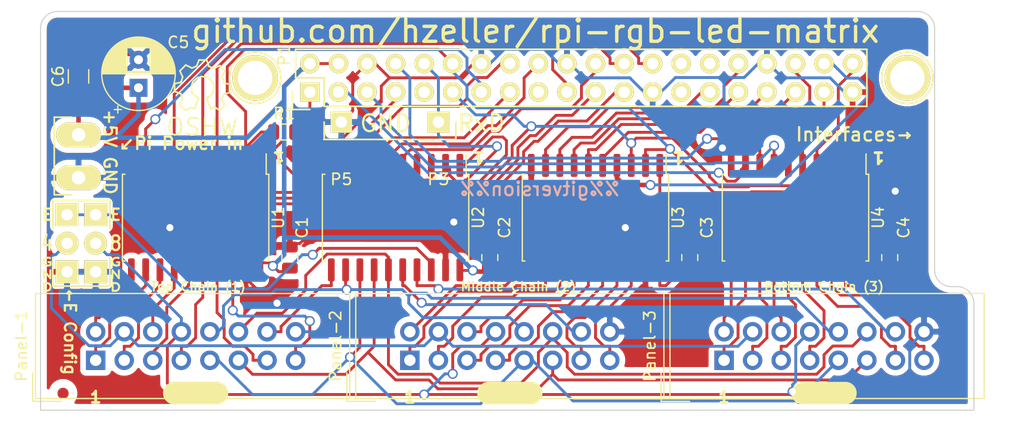
<source format=kicad_pcb>
(kicad_pcb (version 20171130) (host pcbnew "(5.1.2-13-gd94b8b9c0-dirty)")
  (layers (0 F.Cu signal) (31 B.Cu signal) (34 B.Paste user) (35 F.Paste user) (36 B.SilkS user) (37 F.SilkS user) (38 B.Mask user) (39 F.Mask user) (44 Edge.Cuts user))
  (net 0 "")
  (net 1 VCC)
  (net 2 GND)
  (net 3 p2_g1)
  (net 4 p2_b1)
  (net 5 strobe)
  (net 6 p2_r1)
  (net 7 p2_r2)
  (net 8 p0_r1)
  (net 9 p0_g1)
  (net 10 OE)
  (net 11 p0_b1)
  (net 12 p0_r2)
  (net 13 p0_g2)
  (net 14 row_D)
  (net 15 row_C)
  (net 16 p0_b2)
  (net 17 clock)
  (net 18 row_B)
  (net 19 row_A)
  (net 20 p1_g1)
  (net 21 p1_b1)
  (net 22 p1_r1)
  (net 23 p1_g2)
  (net 24 p1_r2)
  (net 25 p2_g2)
  (net 26 p1_b2)
  (net 27 p2_b2)
  (net 28 p0_r1_buff)
  (net 29 p0_g1_buff)
  (net 30 p0_b1_buff)
  (net 31 p0_r2_buff)
  (net 32 p0_g2_buff)
  (net 33 p0_b2_buff)
  (net 34 row_A_buff)
  (net 35 row_B_buff)
  (net 36 row_C_buff)
  (net 37 row_D_buff)
  (net 38 clock_buff_0)
  (net 39 strobe_buff_0)
  (net 40 OE_buff_0)
  (net 41 p1_r1_buff)
  (net 42 p1_g1_buff)
  (net 43 p1_b1_buff)
  (net 44 p1_r2_buff)
  (net 45 p1_g2_buf)
  (net 46 p1_b2_buff)
  (net 47 clock_buff_1)
  (net 48 strobe_buff_1)
  (net 49 OE_buff_1)
  (net 50 p2_r1_buff)
  (net 51 p2_g1_buff)
  (net 52 p2_b1_buff)
  (net 53 p2_r2_buff)
  (net 54 p2_g2_buf)
  (net 55 p2_b2_buff)
  (net 56 clock_buff_2)
  (net 57 strobe_buff_2)
  (net 58 OE_buff_2)
  (net 59 "Net-(P1-Pad1)")
  (net 60 row_E)
  (net 61 "Net-(P6-Pad1)")
  (net 62 Sel-Pin4)
  (net 63 Sel-Pin8)
  (net 64 "Net-(P1-Pad9)")
  (net 65 "Net-(P1-Pad17)")
  (net 66 "Net-(P1-Pad27)")
  (net 67 "Net-(P1-Pad28)")
  (net 68 "Net-(P1-Pad30)")
  (module Resistor_SMD:R_0805_2012Metric (layer F.Cu) (at 105.664 46.736)
    (fp_text reference R1 (at 0 -1.65) (layer F.SilkS))
    (fp_text value 10k)
    (pad 2 smd roundrect (at 0.9375 0) (size 0.975 1.4) (layers F.Cu F.Paste F.Mask) (net 59 "Net-(P1-Pad1)"))
    (pad 1 smd roundrect (at -0.9375 0) (size 0.975 1.4) (layers F.Cu F.Paste F.Mask) (net 10 OE))
  )
  (module Capacitor_SMD:C_1206_3216Metric (layer F.Cu) (at 87.376 41.783 90)
    (fp_text reference C6 (at 0 -1.82 90) (layer F.SilkS))
    (fp_text value 22u)
    (pad 2 smd roundrect (at 1.4 0 90) (size 1.25 1.75) (layers F.Cu F.Paste F.Mask) (roundrect_rratio 0.2) (net 2 GND))
    (pad 1 smd roundrect (at -1.4 0 90) (size 1.25 1.75) (layers F.Cu F.Paste F.Mask) (roundrect_rratio 0.2) (net 1 VCC))
  )
  (module Capacitor_THT:CP_Radial_D6.3mm_P2.50mm (layer F.Cu) (at 92.71 42.799 90)
    (fp_text reference C5 (at 4.049 3.54 180) (layer F.SilkS))
    (fp_text value 22u)
    (pad 2 thru_hole circle (at 2.5 0 90) (size 1.6 1.6) (drill 0.8) (layers *.Cu *.Mask) (net 2 GND))
    (pad 1 thru_hole rect (at 0 0 90) (size 1.6 1.6) (drill 0.8) (layers *.Cu *.Mask) (net 1 VCC))
  )
  (module Capacitor_SMD:C_0805_2012Metric (layer F.Cu) (at 159.512 57.912 90)
    (fp_text reference C4 (at 2.662 1.238 90) (layer F.SilkS))
    (fp_text value 100n)
    (pad 2 smd roundrect (at 0.9375 0 90) (size 0.975 1.4) (layers F.Cu F.Paste F.Mask) (net 2 GND))
    (pad 1 smd roundrect (at -0.9375 0 90) (size 0.975 1.4) (layers F.Cu F.Paste F.Mask) (net 1 VCC))
  )
  (module Capacitor_SMD:C_0805_2012Metric (layer F.Cu) (at 141.732 57.912 90)
    (fp_text reference C3 (at 2.662 1.518 90) (layer F.SilkS))
    (fp_text value 100n)
    (pad 2 smd roundrect (at 0.9375 0 90) (size 0.975 1.4) (layers F.Cu F.Paste F.Mask) (net 2 GND))
    (pad 1 smd roundrect (at -0.9375 0 90) (size 0.975 1.4) (layers F.Cu F.Paste F.Mask) (net 1 VCC))
  )
  (module Capacitor_SMD:C_0805_2012Metric (layer F.Cu) (at 123.952 57.912 90)
    (fp_text reference C2 (at 2.662 1.298 90) (layer F.SilkS))
    (fp_text value 100n)
    (pad 2 smd roundrect (at 0.9375 0 90) (size 0.975 1.4) (layers F.Cu F.Paste F.Mask) (net 2 GND))
    (pad 1 smd roundrect (at -0.9375 0 90) (size 0.975 1.4) (layers F.Cu F.Paste F.Mask) (net 1 VCC))
  )
  (module Capacitor_SMD:C_0805_2012Metric (layer F.Cu) (at 106.172 57.912 90)
    (fp_text reference C1 (at 2.662 1.078 90) (layer F.SilkS))
    (fp_text value 100n)
    (pad 2 smd roundrect (at 0.9375 0 90) (size 0.975 1.4) (layers F.Cu F.Paste F.Mask) (net 2 GND))
    (pad 1 smd roundrect (at -0.9375 0 90) (size 0.975 1.4) (layers F.Cu F.Paste F.Mask) (net 1 VCC))
  )
  (module Package_SO:SOIC-20W_7.5x12.8mm_P1.27mm (layer F.Cu) (at 151.13 54.356 270)
    (fp_text reference U4 (at 0 -7.35 90) (layer F.SilkS))
    (fp_text value 74HCT245)
    (pad 20 smd roundrect (at 4.65 -5.715 270) (size 2.05 0.6) (layers F.Cu F.Paste F.Mask) (net 1 VCC))
    (pad 19 smd roundrect (at 4.65 -4.445 270) (size 2.05 0.6) (layers F.Cu F.Paste F.Mask) (net 2 GND))
    (pad 18 smd roundrect (at 4.65 -3.175 270) (size 2.05 0.6) (layers F.Cu F.Paste F.Mask) (net 58 OE_buff_2))
    (pad 17 smd roundrect (at 4.65 -1.905 270) (size 2.05 0.6) (layers F.Cu F.Paste F.Mask) (net 56 clock_buff_2))
    (pad 16 smd roundrect (at 4.65 -0.635 270) (size 2.05 0.6) (layers F.Cu F.Paste F.Mask) (net 55 p2_b2_buff))
    (pad 15 smd roundrect (at 4.65 0.635 270) (size 2.05 0.6) (layers F.Cu F.Paste F.Mask) (net 53 p2_r2_buff))
    (pad 14 smd roundrect (at 4.65 1.905 270) (size 2.05 0.6) (layers F.Cu F.Paste F.Mask) (net 54 p2_g2_buf))
    (pad 13 smd roundrect (at 4.65 3.175 270) (size 2.05 0.6) (layers F.Cu F.Paste F.Mask) (net 52 p2_b1_buff))
    (pad 12 smd roundrect (at 4.65 4.445 270) (size 2.05 0.6) (layers F.Cu F.Paste F.Mask) (net 50 p2_r1_buff))
    (pad 11 smd roundrect (at 4.65 5.715 270) (size 2.05 0.6) (layers F.Cu F.Paste F.Mask) (net 51 p2_g1_buff))
    (pad 10 smd roundrect (at -4.65 5.715 270) (size 2.05 0.6) (layers F.Cu F.Paste F.Mask) (net 2 GND))
    (pad 9 smd roundrect (at -4.65 4.445 270) (size 2.05 0.6) (layers F.Cu F.Paste F.Mask) (net 3 p2_g1))
    (pad 8 smd roundrect (at -4.65 3.175 270) (size 2.05 0.6) (layers F.Cu F.Paste F.Mask) (net 6 p2_r1))
    (pad 7 smd roundrect (at -4.65 1.905 270) (size 2.05 0.6) (layers F.Cu F.Paste F.Mask) (net 4 p2_b1))
    (pad 6 smd roundrect (at -4.65 0.635 270) (size 2.05 0.6) (layers F.Cu F.Paste F.Mask) (net 25 p2_g2))
    (pad 5 smd roundrect (at -4.65 -0.635 270) (size 2.05 0.6) (layers F.Cu F.Paste F.Mask) (net 7 p2_r2))
    (pad 4 smd roundrect (at -4.65 -1.905 270) (size 2.05 0.6) (layers F.Cu F.Paste F.Mask) (net 27 p2_b2))
    (pad 3 smd roundrect (at -4.65 -3.175 270) (size 2.05 0.6) (layers F.Cu F.Paste F.Mask) (net 17 clock))
    (pad 2 smd roundrect (at -4.65 -4.445 270) (size 2.05 0.6) (layers F.Cu F.Paste F.Mask) (net 10 OE))
    (pad 1 smd roundrect (at -4.65 -5.715 270) (size 2.05 0.6) (layers F.Cu F.Paste F.Mask) (net 1 VCC))
  )
  (module Package_SO:SOIC-20W_7.5x12.8mm_P1.27mm (layer F.Cu) (at 133.35 54.356 270)
    (fp_text reference U3 (at 0 -7.35 90) (layer F.SilkS))
    (fp_text value 74HCT245)
    (pad 20 smd roundrect (at 4.65 -5.715 270) (size 2.05 0.6) (layers F.Cu F.Paste F.Mask) (net 1 VCC))
    (pad 19 smd roundrect (at 4.65 -4.445 270) (size 2.05 0.6) (layers F.Cu F.Paste F.Mask) (net 2 GND))
    (pad 18 smd roundrect (at 4.65 -3.175 270) (size 2.05 0.6) (layers F.Cu F.Paste F.Mask) (net 49 OE_buff_1))
    (pad 17 smd roundrect (at 4.65 -1.905 270) (size 2.05 0.6) (layers F.Cu F.Paste F.Mask) (net 47 clock_buff_1))
    (pad 16 smd roundrect (at 4.65 -0.635 270) (size 2.05 0.6) (layers F.Cu F.Paste F.Mask) (net 46 p1_b2_buff))
    (pad 15 smd roundrect (at 4.65 0.635 270) (size 2.05 0.6) (layers F.Cu F.Paste F.Mask) (net 44 p1_r2_buff))
    (pad 14 smd roundrect (at 4.65 1.905 270) (size 2.05 0.6) (layers F.Cu F.Paste F.Mask) (net 45 p1_g2_buf))
    (pad 13 smd roundrect (at 4.65 3.175 270) (size 2.05 0.6) (layers F.Cu F.Paste F.Mask) (net 43 p1_b1_buff))
    (pad 12 smd roundrect (at 4.65 4.445 270) (size 2.05 0.6) (layers F.Cu F.Paste F.Mask) (net 41 p1_r1_buff))
    (pad 11 smd roundrect (at 4.65 5.715 270) (size 2.05 0.6) (layers F.Cu F.Paste F.Mask) (net 42 p1_g1_buff))
    (pad 10 smd roundrect (at -4.65 5.715 270) (size 2.05 0.6) (layers F.Cu F.Paste F.Mask) (net 2 GND))
    (pad 9 smd roundrect (at -4.65 4.445 270) (size 2.05 0.6) (layers F.Cu F.Paste F.Mask) (net 20 p1_g1))
    (pad 8 smd roundrect (at -4.65 3.175 270) (size 2.05 0.6) (layers F.Cu F.Paste F.Mask) (net 22 p1_r1))
    (pad 7 smd roundrect (at -4.65 1.905 270) (size 2.05 0.6) (layers F.Cu F.Paste F.Mask) (net 21 p1_b1))
    (pad 6 smd roundrect (at -4.65 0.635 270) (size 2.05 0.6) (layers F.Cu F.Paste F.Mask) (net 23 p1_g2))
    (pad 5 smd roundrect (at -4.65 -0.635 270) (size 2.05 0.6) (layers F.Cu F.Paste F.Mask) (net 24 p1_r2))
    (pad 4 smd roundrect (at -4.65 -1.905 270) (size 2.05 0.6) (layers F.Cu F.Paste F.Mask) (net 26 p1_b2))
    (pad 3 smd roundrect (at -4.65 -3.175 270) (size 2.05 0.6) (layers F.Cu F.Paste F.Mask) (net 17 clock))
    (pad 2 smd roundrect (at -4.65 -4.445 270) (size 2.05 0.6) (layers F.Cu F.Paste F.Mask) (net 10 OE))
    (pad 1 smd roundrect (at -4.65 -5.715 270) (size 2.05 0.6) (layers F.Cu F.Paste F.Mask) (net 1 VCC))
  )
  (module Package_SO:SOIC-20W_7.5x12.8mm_P1.27mm (layer F.Cu) (at 115.57 54.356 270)
    (fp_text reference U2 (at 0 -7.35 90) (layer F.SilkS))
    (fp_text value 74HCT245)
    (pad 20 smd roundrect (at 4.65 -5.715 270) (size 2.05 0.6) (layers F.Cu F.Paste F.Mask) (net 1 VCC))
    (pad 19 smd roundrect (at 4.65 -4.445 270) (size 2.05 0.6) (layers F.Cu F.Paste F.Mask) (net 2 GND))
    (pad 18 smd roundrect (at 4.65 -3.175 270) (size 2.05 0.6) (layers F.Cu F.Paste F.Mask) (net 61 "Net-(P6-Pad1)"))
    (pad 17 smd roundrect (at 4.65 -1.905 270) (size 2.05 0.6) (layers F.Cu F.Paste F.Mask) (net 57 strobe_buff_2))
    (pad 16 smd roundrect (at 4.65 -0.635 270) (size 2.05 0.6) (layers F.Cu F.Paste F.Mask) (net 48 strobe_buff_1))
    (pad 15 smd roundrect (at 4.65 0.635 270) (size 2.05 0.6) (layers F.Cu F.Paste F.Mask) (net 37 row_D_buff))
    (pad 14 smd roundrect (at 4.65 1.905 270) (size 2.05 0.6) (layers F.Cu F.Paste F.Mask) (net 36 row_C_buff))
    (pad 13 smd roundrect (at 4.65 3.175 270) (size 2.05 0.6) (layers F.Cu F.Paste F.Mask) (net 34 row_A_buff))
    (pad 12 smd roundrect (at 4.65 4.445 270) (size 2.05 0.6) (layers F.Cu F.Paste F.Mask) (net 35 row_B_buff))
    (pad 11 smd roundrect (at 4.65 5.715 270) (size 2.05 0.6) (layers F.Cu F.Paste F.Mask) (net 39 strobe_buff_0))
    (pad 10 smd roundrect (at -4.65 5.715 270) (size 2.05 0.6) (layers F.Cu F.Paste F.Mask) (net 2 GND))
    (pad 9 smd roundrect (at -4.65 4.445 270) (size 2.05 0.6) (layers F.Cu F.Paste F.Mask) (net 5 strobe))
    (pad 8 smd roundrect (at -4.65 3.175 270) (size 2.05 0.6) (layers F.Cu F.Paste F.Mask) (net 18 row_B))
    (pad 7 smd roundrect (at -4.65 1.905 270) (size 2.05 0.6) (layers F.Cu F.Paste F.Mask) (net 19 row_A))
    (pad 6 smd roundrect (at -4.65 0.635 270) (size 2.05 0.6) (layers F.Cu F.Paste F.Mask) (net 15 row_C))
    (pad 5 smd roundrect (at -4.65 -0.635 270) (size 2.05 0.6) (layers F.Cu F.Paste F.Mask) (net 14 row_D))
    (pad 4 smd roundrect (at -4.65 -1.905 270) (size 2.05 0.6) (layers F.Cu F.Paste F.Mask) (net 5 strobe))
    (pad 3 smd roundrect (at -4.65 -3.175 270) (size 2.05 0.6) (layers F.Cu F.Paste F.Mask) (net 5 strobe))
    (pad 2 smd roundrect (at -4.65 -4.445 270) (size 2.05 0.6) (layers F.Cu F.Paste F.Mask) (net 60 row_E))
    (pad 1 smd roundrect (at -4.65 -5.715 270) (size 2.05 0.6) (layers F.Cu F.Paste F.Mask) (net 1 VCC))
  )
  (module Package_SO:SOIC-20W_7.5x12.8mm_P1.27mm (layer F.Cu) (at 97.79 54.356 270)
    (fp_text reference U1 (at 0 -7.35 90) (layer F.SilkS))
    (fp_text value 74HCT245)
    (pad 20 smd roundrect (at 4.65 -5.715 270) (size 2.05 0.6) (layers F.Cu F.Paste F.Mask) (net 1 VCC))
    (pad 19 smd roundrect (at 4.65 -4.445 270) (size 2.05 0.6) (layers F.Cu F.Paste F.Mask) (net 2 GND))
    (pad 18 smd roundrect (at 4.65 -3.175 270) (size 2.05 0.6) (layers F.Cu F.Paste F.Mask) (net 40 OE_buff_0))
    (pad 17 smd roundrect (at 4.65 -1.905 270) (size 2.05 0.6) (layers F.Cu F.Paste F.Mask) (net 38 clock_buff_0))
    (pad 16 smd roundrect (at 4.65 -0.635 270) (size 2.05 0.6) (layers F.Cu F.Paste F.Mask) (net 33 p0_b2_buff))
    (pad 15 smd roundrect (at 4.65 0.635 270) (size 2.05 0.6) (layers F.Cu F.Paste F.Mask) (net 31 p0_r2_buff))
    (pad 14 smd roundrect (at 4.65 1.905 270) (size 2.05 0.6) (layers F.Cu F.Paste F.Mask) (net 32 p0_g2_buff))
    (pad 13 smd roundrect (at 4.65 3.175 270) (size 2.05 0.6) (layers F.Cu F.Paste F.Mask) (net 30 p0_b1_buff))
    (pad 12 smd roundrect (at 4.65 4.445 270) (size 2.05 0.6) (layers F.Cu F.Paste F.Mask) (net 28 p0_r1_buff))
    (pad 11 smd roundrect (at 4.65 5.715 270) (size 2.05 0.6) (layers F.Cu F.Paste F.Mask) (net 29 p0_g1_buff))
    (pad 10 smd roundrect (at -4.65 5.715 270) (size 2.05 0.6) (layers F.Cu F.Paste F.Mask) (net 2 GND))
    (pad 9 smd roundrect (at -4.65 4.445 270) (size 2.05 0.6) (layers F.Cu F.Paste F.Mask) (net 9 p0_g1))
    (pad 8 smd roundrect (at -4.65 3.175 270) (size 2.05 0.6) (layers F.Cu F.Paste F.Mask) (net 8 p0_r1))
    (pad 7 smd roundrect (at -4.65 1.905 270) (size 2.05 0.6) (layers F.Cu F.Paste F.Mask) (net 11 p0_b1))
    (pad 6 smd roundrect (at -4.65 0.635 270) (size 2.05 0.6) (layers F.Cu F.Paste F.Mask) (net 13 p0_g2))
    (pad 5 smd roundrect (at -4.65 -0.635 270) (size 2.05 0.6) (layers F.Cu F.Paste F.Mask) (net 12 p0_r2))
    (pad 4 smd roundrect (at -4.65 -1.905 270) (size 2.05 0.6) (layers F.Cu F.Paste F.Mask) (net 16 p0_b2))
    (pad 3 smd roundrect (at -4.65 -3.175 270) (size 2.05 0.6) (layers F.Cu F.Paste F.Mask) (net 17 clock))
    (pad 2 smd roundrect (at -4.65 -4.445 270) (size 2.05 0.6) (layers F.Cu F.Paste F.Mask) (net 10 OE))
    (pad 1 smd roundrect (at -4.65 -5.715 270) (size 2.05 0.6) (layers F.Cu F.Paste F.Mask) (net 1 VCC))
  )
  (module Connector_IDC:IDC-Header_2x08_P2.54mm_Vertical (layer F.Cu) (at 144.78 67.056 90)
    (fp_text reference Panel-3 (at 1.27 -6.604 90) (layer F.SilkS))
    (fp_text value CONN_02X08)
    (pad 16 thru_hole oval (at 2.54 17.78 90) (size 1.7272 1.7272) (drill 1.016) (layers *.Cu *.Mask) (net 2 GND))
    (pad 15 thru_hole oval (at 0 17.78 90) (size 1.7272 1.7272) (drill 1.016) (layers *.Cu *.Mask) (net 58 OE_buff_2))
    (pad 14 thru_hole oval (at 2.54 15.24 90) (size 1.7272 1.7272) (drill 1.016) (layers *.Cu *.Mask) (net 57 strobe_buff_2))
    (pad 13 thru_hole oval (at 0 15.24 90) (size 1.7272 1.7272) (drill 1.016) (layers *.Cu *.Mask) (net 56 clock_buff_2))
    (pad 12 thru_hole oval (at 2.54 12.7 90) (size 1.7272 1.7272) (drill 1.016) (layers *.Cu *.Mask) (net 37 row_D_buff))
    (pad 11 thru_hole oval (at 0 12.7 90) (size 1.7272 1.7272) (drill 1.016) (layers *.Cu *.Mask) (net 36 row_C_buff))
    (pad 10 thru_hole oval (at 2.54 10.16 90) (size 1.7272 1.7272) (drill 1.016) (layers *.Cu *.Mask) (net 35 row_B_buff))
    (pad 9 thru_hole oval (at 0 10.16 90) (size 1.7272 1.7272) (drill 1.016) (layers *.Cu *.Mask) (net 34 row_A_buff))
    (pad 8 thru_hole oval (at 2.54 7.62 90) (size 1.7272 1.7272) (drill 1.016) (layers *.Cu *.Mask) (net 63 Sel-Pin8))
    (pad 7 thru_hole oval (at 0 7.62 90) (size 1.7272 1.7272) (drill 1.016) (layers *.Cu *.Mask) (net 55 p2_b2_buff))
    (pad 6 thru_hole oval (at 2.54 5.08 90) (size 1.7272 1.7272) (drill 1.016) (layers *.Cu *.Mask) (net 54 p2_g2_buf))
    (pad 5 thru_hole oval (at 0 5.08 90) (size 1.7272 1.7272) (drill 1.016) (layers *.Cu *.Mask) (net 53 p2_r2_buff))
    (pad 4 thru_hole oval (at 2.54 2.54 90) (size 1.7272 1.7272) (drill 1.016) (layers *.Cu *.Mask) (net 62 Sel-Pin4))
    (pad 3 thru_hole oval (at 0 2.54 90) (size 1.7272 1.7272) (drill 1.016) (layers *.Cu *.Mask) (net 52 p2_b1_buff))
    (pad 2 thru_hole oval (at 2.54 0 90) (size 1.7272 1.7272) (drill 1.016) (layers *.Cu *.Mask) (net 51 p2_g1_buff))
    (pad 1 thru_hole rect (at 0 0 90) (size 1.7272 1.7272) (drill 1.016) (layers *.Cu *.Mask) (net 50 p2_r1_buff))
  )
  (module Connector_IDC:IDC-Header_2x08_P2.54mm_Vertical (layer F.Cu) (at 116.84 67.056 90)
    (fp_text reference Panel-2 (at 1.27 -6.604 90) (layer F.SilkS))
    (fp_text value CONN_02X08)
    (pad 16 thru_hole oval (at 2.54 17.78 90) (size 1.7272 1.7272) (drill 1.016) (layers *.Cu *.Mask) (net 2 GND))
    (pad 15 thru_hole oval (at 0 17.78 90) (size 1.7272 1.7272) (drill 1.016) (layers *.Cu *.Mask) (net 49 OE_buff_1))
    (pad 14 thru_hole oval (at 2.54 15.24 90) (size 1.7272 1.7272) (drill 1.016) (layers *.Cu *.Mask) (net 48 strobe_buff_1))
    (pad 13 thru_hole oval (at 0 15.24 90) (size 1.7272 1.7272) (drill 1.016) (layers *.Cu *.Mask) (net 47 clock_buff_1))
    (pad 12 thru_hole oval (at 2.54 12.7 90) (size 1.7272 1.7272) (drill 1.016) (layers *.Cu *.Mask) (net 37 row_D_buff))
    (pad 11 thru_hole oval (at 0 12.7 90) (size 1.7272 1.7272) (drill 1.016) (layers *.Cu *.Mask) (net 36 row_C_buff))
    (pad 10 thru_hole oval (at 2.54 10.16 90) (size 1.7272 1.7272) (drill 1.016) (layers *.Cu *.Mask) (net 35 row_B_buff))
    (pad 9 thru_hole oval (at 0 10.16 90) (size 1.7272 1.7272) (drill 1.016) (layers *.Cu *.Mask) (net 34 row_A_buff))
    (pad 8 thru_hole oval (at 2.54 7.62 90) (size 1.7272 1.7272) (drill 1.016) (layers *.Cu *.Mask) (net 63 Sel-Pin8))
    (pad 7 thru_hole oval (at 0 7.62 90) (size 1.7272 1.7272) (drill 1.016) (layers *.Cu *.Mask) (net 46 p1_b2_buff))
    (pad 6 thru_hole oval (at 2.54 5.08 90) (size 1.7272 1.7272) (drill 1.016) (layers *.Cu *.Mask) (net 45 p1_g2_buf))
    (pad 5 thru_hole oval (at 0 5.08 90) (size 1.7272 1.7272) (drill 1.016) (layers *.Cu *.Mask) (net 44 p1_r2_buff))
    (pad 4 thru_hole oval (at 2.54 2.54 90) (size 1.7272 1.7272) (drill 1.016) (layers *.Cu *.Mask) (net 62 Sel-Pin4))
    (pad 3 thru_hole oval (at 0 2.54 90) (size 1.7272 1.7272) (drill 1.016) (layers *.Cu *.Mask) (net 43 p1_b1_buff))
    (pad 2 thru_hole oval (at 2.54 0 90) (size 1.7272 1.7272) (drill 1.016) (layers *.Cu *.Mask) (net 42 p1_g1_buff))
    (pad 1 thru_hole rect (at 0 0 90) (size 1.7272 1.7272) (drill 1.016) (layers *.Cu *.Mask) (net 41 p1_r1_buff))
  )
  (module Connector_IDC:IDC-Header_2x08_P2.54mm_Vertical (layer F.Cu) (at 88.9 67.056 90)
    (fp_text reference Panel-1 (at 1.27 -6.604 90) (layer F.SilkS))
    (fp_text value CONN_02X08)
    (pad 16 thru_hole oval (at 2.54 17.78 90) (size 1.7272 1.7272) (drill 1.016) (layers *.Cu *.Mask) (net 2 GND))
    (pad 15 thru_hole oval (at 0 17.78 90) (size 1.7272 1.7272) (drill 1.016) (layers *.Cu *.Mask) (net 40 OE_buff_0))
    (pad 14 thru_hole oval (at 2.54 15.24 90) (size 1.7272 1.7272) (drill 1.016) (layers *.Cu *.Mask) (net 39 strobe_buff_0))
    (pad 13 thru_hole oval (at 0 15.24 90) (size 1.7272 1.7272) (drill 1.016) (layers *.Cu *.Mask) (net 38 clock_buff_0))
    (pad 12 thru_hole oval (at 2.54 12.7 90) (size 1.7272 1.7272) (drill 1.016) (layers *.Cu *.Mask) (net 37 row_D_buff))
    (pad 11 thru_hole oval (at 0 12.7 90) (size 1.7272 1.7272) (drill 1.016) (layers *.Cu *.Mask) (net 36 row_C_buff))
    (pad 10 thru_hole oval (at 2.54 10.16 90) (size 1.7272 1.7272) (drill 1.016) (layers *.Cu *.Mask) (net 35 row_B_buff))
    (pad 9 thru_hole oval (at 0 10.16 90) (size 1.7272 1.7272) (drill 1.016) (layers *.Cu *.Mask) (net 34 row_A_buff))
    (pad 8 thru_hole oval (at 2.54 7.62 90) (size 1.7272 1.7272) (drill 1.016) (layers *.Cu *.Mask) (net 63 Sel-Pin8))
    (pad 7 thru_hole oval (at 0 7.62 90) (size 1.7272 1.7272) (drill 1.016) (layers *.Cu *.Mask) (net 33 p0_b2_buff))
    (pad 6 thru_hole oval (at 2.54 5.08 90) (size 1.7272 1.7272) (drill 1.016) (layers *.Cu *.Mask) (net 32 p0_g2_buff))
    (pad 5 thru_hole oval (at 0 5.08 90) (size 1.7272 1.7272) (drill 1.016) (layers *.Cu *.Mask) (net 31 p0_r2_buff))
    (pad 4 thru_hole oval (at 2.54 2.54 90) (size 1.7272 1.7272) (drill 1.016) (layers *.Cu *.Mask) (net 62 Sel-Pin4))
    (pad 3 thru_hole oval (at 0 2.54 90) (size 1.7272 1.7272) (drill 1.016) (layers *.Cu *.Mask) (net 30 p0_b1_buff))
    (pad 2 thru_hole oval (at 2.54 0 90) (size 1.7272 1.7272) (drill 1.016) (layers *.Cu *.Mask) (net 29 p0_g1_buff))
    (pad 1 thru_hole rect (at 0 0 90) (size 1.7272 1.7272) (drill 1.016) (layers *.Cu *.Mask) (net 28 p0_r1_buff))
  )
  (module Pin_Headers:Pin_Header_Straight_1x01 (layer F.Cu) (at 110.744 45.847 180)
    (fp_text reference P5 (at 0 -5.1 180) (layer F.SilkS))
    (fp_text value GND (at -3.937 -0.127 180) (layer F.SilkS) (effects (font (size 1.5 1.5) (thickness 0.2))))
    (pad 1 thru_hole rect (at 0 0 180) (size 1.9 1.9) (drill 1.016) (layers *.Cu *.Mask F.SilkS) (net 2 GND))
  )
  (module Pin_Headers:Pin_Header_Straight_1x01 (layer F.Cu) (at 119.38 45.847 180)
    (fp_text reference P3 (at 0 -5.1 180) (layer F.SilkS))
    (fp_text value RxD (at -3.81 -0.127 180) (layer F.SilkS) (effects (font (size 1.5 1.5) (thickness 0.2))))
    (pad 1 thru_hole rect (at 0 0 180) (size 1.9 1.9) (drill 1.016) (layers *.Cu *.Mask F.SilkS) (net 60 row_E))
  )
  (module Pin_Headers:Pin_Header_Straight_1x01 (layer F.Cu) (at 87.376 46.99 90)
    (fp_text reference P2 hide)
    (fp_text value +5V)
    (pad 1 thru_hole oval (at 0 0 90) (size 2.2 4) (drill 1.2) (layers *.Cu *.Mask F.SilkS) (net 1 VCC))
  )
  (module Pin_Headers:Pin_Header_Straight_1x01 (layer F.Cu) (at 87.376 50.8 90)
    (fp_text reference P4 hide)
    (fp_text value GND)
    (pad 1 thru_hole oval (at 0 0 90) (size 2.2 4) (drill 1.2) (layers *.Cu *.Mask F.SilkS) (net 2 GND))
  )
  (module Pin_Headers:Pin_Header_Straight_1x02 (layer F.Cu) (at 86.36 59.182 90)
    (fp_text reference P8 hide)
    (fp_text value CONN_01X02 hide)
    (pad 1 thru_hole rect (at 0 0 90) (size 2.032 2.032) (drill 1.016) (layers *.Cu *.Mask F.SilkS) (net 2 GND))
    (pad 2 thru_hole rect (at 0 2.54 90) (size 2.032 2.032) (drill 1.016) (layers *.Cu *.Mask F.SilkS) (net 2 GND))
  )
  (module Pin_Headers:Pin_Header_Straight_1x02 (layer F.Cu) (at 86.36 54.102 90)
    (fp_text reference P6 hide)
    (fp_text value CONN_01X02 hide)
    (pad 1 thru_hole rect (at 0 0 90) (size 2.032 2.032) (drill 1.016) (layers *.Cu *.Mask F.SilkS) (net 61 "Net-(P6-Pad1)"))
    (pad 2 thru_hole rect (at 0 2.54 90) (size 2.032 2.032) (drill 1.016) (layers *.Cu *.Mask F.SilkS) (net 61 "Net-(P6-Pad1)"))
  )
  (module Pin_Headers:Pin_Header_Straight_1x02 (layer F.Cu) (at 86.36 56.642 90)
    (fp_text reference P7 hide)
    (fp_text value CONN_02X01 hide)
    (pad 1 thru_hole circle (at 0 0 90) (size 2.032 2.032) (drill 1.016) (layers *.Cu *.Mask F.SilkS) (net 62 Sel-Pin4))
    (pad 2 thru_hole oval (at 0 2.54 90) (size 2.032 2.032) (drill 1.016) (layers *.Cu *.Mask F.SilkS) (net 63 Sel-Pin8))
  )
  (module Pin_Headers:Pin_Header_Straight_2x20 (layer F.Cu) (at 107.95 43.18 90)
    (fp_text reference P1 (at 3.302 -2.286 90) (layer F.SilkS))
    (fp_text value CONN_02X20 hide)
    (pad 1 thru_hole rect (at 0 0 90) (size 1.7272 1.7272) (drill 1.016) (layers *.Cu *.Mask F.SilkS) (net 59 "Net-(P1-Pad1)"))
    (pad 2 thru_hole oval (at 2.54 0 90) (size 1.7272 1.7272) (drill 1.016) (layers *.Cu *.Mask F.SilkS) (net 1 VCC))
    (pad 3 thru_hole oval (at 0 2.54 90) (size 1.7272 1.7272) (drill 1.016) (layers *.Cu *.Mask F.SilkS) (net 3 p2_g1))
    (pad 4 thru_hole oval (at 2.54 2.54 90) (size 1.7272 1.7272) (drill 1.016) (layers *.Cu *.Mask F.SilkS) (net 1 VCC))
    (pad 5 thru_hole oval (at 0 5.08 90) (size 1.7272 1.7272) (drill 1.016) (layers *.Cu *.Mask F.SilkS) (net 4 p2_b1))
    (pad 6 thru_hole oval (at 2.54 5.08 90) (size 1.7272 1.7272) (drill 1.016) (layers *.Cu *.Mask F.SilkS) (net 2 GND))
    (pad 7 thru_hole oval (at 0 7.62 90) (size 1.7272 1.7272) (drill 1.016) (layers *.Cu *.Mask F.SilkS) (net 5 strobe))
    (pad 8 thru_hole oval (at 2.54 7.62 90) (size 1.7272 1.7272) (drill 1.016) (layers *.Cu *.Mask F.SilkS) (net 6 p2_r1))
    (pad 9 thru_hole oval (at 0 10.16 90) (size 1.7272 1.7272) (drill 1.016) (layers *.Cu *.Mask F.SilkS) (net 64 "Net-(P1-Pad9)"))
    (pad 10 thru_hole oval (at 2.54 10.16 90) (size 1.7272 1.7272) (drill 1.016) (layers *.Cu *.Mask F.SilkS) (net 60 row_E))
    (pad 11 thru_hole oval (at 0 12.7 90) (size 1.7272 1.7272) (drill 1.016) (layers *.Cu *.Mask F.SilkS) (net 17 clock))
    (pad 12 thru_hole oval (at 2.54 12.7 90) (size 1.7272 1.7272) (drill 1.016) (layers *.Cu *.Mask F.SilkS) (net 10 OE))
    (pad 13 thru_hole oval (at 0 15.24 90) (size 1.7272 1.7272) (drill 1.016) (layers *.Cu *.Mask F.SilkS) (net 9 p0_g1))
    (pad 14 thru_hole oval (at 2.54 15.24 90) (size 1.7272 1.7272) (drill 1.016) (layers *.Cu *.Mask F.SilkS) (net 2 GND))
    (pad 15 thru_hole oval (at 0 17.78 90) (size 1.7272 1.7272) (drill 1.016) (layers *.Cu *.Mask F.SilkS) (net 19 row_A))
    (pad 16 thru_hole oval (at 2.54 17.78 90) (size 1.7272 1.7272) (drill 1.016) (layers *.Cu *.Mask F.SilkS) (net 18 row_B))
    (pad 17 thru_hole oval (at 0 20.32 90) (size 1.7272 1.7272) (drill 1.016) (layers *.Cu *.Mask F.SilkS) (net 65 "Net-(P1-Pad17)"))
    (pad 18 thru_hole oval (at 2.54 20.32 90) (size 1.7272 1.7272) (drill 1.016) (layers *.Cu *.Mask F.SilkS) (net 15 row_C))
    (pad 19 thru_hole oval (at 0 22.86 90) (size 1.7272 1.7272) (drill 1.016) (layers *.Cu *.Mask F.SilkS) (net 16 p0_b2))
    (pad 20 thru_hole oval (at 2.54 22.86 90) (size 1.7272 1.7272) (drill 1.016) (layers *.Cu *.Mask F.SilkS) (net 2 GND))
    (pad 21 thru_hole oval (at 0 25.4 90) (size 1.7272 1.7272) (drill 1.016) (layers *.Cu *.Mask F.SilkS) (net 13 p0_g2))
    (pad 22 thru_hole oval (at 2.54 25.4 90) (size 1.7272 1.7272) (drill 1.016) (layers *.Cu *.Mask F.SilkS) (net 14 row_D))
    (pad 23 thru_hole oval (at 0 27.94 90) (size 1.7272 1.7272) (drill 1.016) (layers *.Cu *.Mask F.SilkS) (net 8 p0_r1))
    (pad 24 thru_hole oval (at 2.54 27.94 90) (size 1.7272 1.7272) (drill 1.016) (layers *.Cu *.Mask F.SilkS) (net 12 p0_r2))
    (pad 25 thru_hole oval (at 0 30.48 90) (size 1.7272 1.7272) (drill 1.016) (layers *.Cu *.Mask F.SilkS) (net 2 GND))
    (pad 26 thru_hole oval (at 2.54 30.48 90) (size 1.7272 1.7272) (drill 1.016) (layers *.Cu *.Mask F.SilkS) (net 11 p0_b1))
    (pad 27 thru_hole oval (at 0 33.02 90) (size 1.7272 1.7272) (drill 1.016) (layers *.Cu *.Mask F.SilkS) (net 66 "Net-(P1-Pad27)"))
    (pad 28 thru_hole oval (at 2.54 33.02 90) (size 1.7272 1.7272) (drill 1.016) (layers *.Cu *.Mask F.SilkS) (net 67 "Net-(P1-Pad28)"))
    (pad 29 thru_hole oval (at 0 35.56 90) (size 1.7272 1.7272) (drill 1.016) (layers *.Cu *.Mask F.SilkS) (net 20 p1_g1))
    (pad 30 thru_hole oval (at 2.54 35.56 90) (size 1.7272 1.7272) (drill 1.016) (layers *.Cu *.Mask F.SilkS) (net 68 "Net-(P1-Pad30)"))
    (pad 31 thru_hole oval (at 0 38.1 90) (size 1.7272 1.7272) (drill 1.016) (layers *.Cu *.Mask F.SilkS) (net 21 p1_b1))
    (pad 32 thru_hole oval (at 2.54 38.1 90) (size 1.7272 1.7272) (drill 1.016) (layers *.Cu *.Mask F.SilkS) (net 22 p1_r1))
    (pad 33 thru_hole oval (at 0 40.64 90) (size 1.7272 1.7272) (drill 1.016) (layers *.Cu *.Mask F.SilkS) (net 23 p1_g2))
    (pad 34 thru_hole oval (at 2.54 40.64 90) (size 1.7272 1.7272) (drill 1.016) (layers *.Cu *.Mask F.SilkS) (net 2 GND))
    (pad 35 thru_hole oval (at 0 43.18 90) (size 1.7272 1.7272) (drill 1.016) (layers *.Cu *.Mask F.SilkS) (net 24 p1_r2))
    (pad 36 thru_hole oval (at 2.54 43.18 90) (size 1.7272 1.7272) (drill 1.016) (layers *.Cu *.Mask F.SilkS) (net 25 p2_g2))
    (pad 37 thru_hole oval (at 0 45.72 90) (size 1.7272 1.7272) (drill 1.016) (layers *.Cu *.Mask F.SilkS) (net 7 p2_r2))
    (pad 38 thru_hole oval (at 2.54 45.72 90) (size 1.7272 1.7272) (drill 1.016) (layers *.Cu *.Mask F.SilkS) (net 26 p1_b2))
    (pad 39 thru_hole oval (at 0 48.26 90) (size 1.7272 1.7272) (drill 1.016) (layers *.Cu *.Mask F.SilkS) (net 2 GND))
    (pad 40 thru_hole oval (at 2.54 48.26 90) (size 1.7272 1.7272) (drill 1.016) (layers *.Cu *.Mask F.SilkS) (net 27 p2_b2))
  )
  (module Connect:1pin (layer F.Cu) (at 103.08 41.91)
    (fp_text reference P20 hide)
    (fp_text value CONN_01X01 hide)
    (pad 1 thru_hole circle (at 0 0) (size 4.064 4.064) (drill 3.048) (layers *.Cu *.Mask F.SilkS))
  )
  (module Connect:1pin (layer F.Cu) (at 161.08 41.91)
    (fp_text reference P21 hide)
    (fp_text value CONN_01X01 hide)
    (pad 1 thru_hole circle (at 0 0) (size 4.064 4.064) (drill 3.048) (layers *.Cu *.Mask F.SilkS))
  )
  (module Fiducials:Fiducial_1mm_Dia_2.54mm_Outer_CopperTop (layer F.Cu) (at 161.7 38)
    (fp_text reference REF** hide)
    (fp_text value TopRight)
    (pad ~ smd circle (at 0 0) (size 1 1) (layers F.Cu F.Mask) (clearance 0.77))
  )
  (module Fiducials:Fiducial_1mm_Dia_2.54mm_Outer_CopperTop (layer F.Cu) (at 86 70)
    (fp_text reference REF** hide)
    (fp_text value BottomLeft)
    (pad ~ smd circle (at 0 0) (size 1 1) (layers F.Cu F.Mask) (clearance 0.77))
  )
  (module Symbols:Symbol_OSHW-Logo_SilkScreen (layer F.Cu) (at 98.4 42.8)
    (fp_text reference REF** hide)
    (fp_text value Symbol_OSHW-Logo_SilkScreen hide)
  )
  (gr_line (start 165 60.5) (end 165.5 60.5) (layer Edge.Cuts) (width 0.1))
  (gr_arc (start 165.5 62) (end 165.5 60.5) (angle 90) (layer Edge.Cuts) (width 0.1))
  (gr_arc (start 85.5 37.5) (end 85.5 36) (angle -90) (layer Edge.Cuts) (width 0.1))
  (gr_arc (start 165 59) (end 165 60.5) (angle 90) (layer Edge.Cuts) (width 0.1))
  (gr_arc (start 162 37.5) (end 162 36) (angle 90) (layer Edge.Cuts) (width 0.1))
  (gr_line (start 167 62) (end 167 71.5) (layer Edge.Cuts) (width 0.1))
  (gr_line (start 163.5 37.5) (end 163.5 59) (layer Edge.Cuts) (width 0.1))
  (gr_text "G\nN\nD" (at 90.678 59.436) (layer F.SilkS) (effects (font (size 0.7 1) (thickness 0.175))))
  (gr_text E (at 90.678 54.102) (layer F.SilkS) (effects (font (size 1 1) (thickness 0.2))))
  (gr_text "G\nN\nD" (at 84.582 59.436) (layer F.SilkS) (effects (font (size 0.7 1) (thickness 0.175))))
  (gr_text E (at 84.582 54.102) (layer F.SilkS) (effects (font (size 1 1) (thickness 0.2))))
  (gr_text "←E Config" (at 86.614 64.516 270) (layer F.SilkS) (effects (font (size 1 1) (thickness 0.2))))
  (gr_text "↙Pi Power in" (at 96.5 47.75) (layer F.SilkS) (effects (font (size 1.1 1.1) (thickness 0.2))))
  (gr_text 8 (at 90.678 56.642) (layer F.SilkS) (effects (font (size 1.3 1.1) (thickness 0.2))))
  (gr_text "+5V GND" (at 90.17 48.514 270) (layer F.SilkS) (effects (font (size 1.1 1.1) (thickness 0.2))))
  (gr_text "4\n" (at 84.582 56.642) (layer F.SilkS) (effects (font (size 1.3 1.1) (thickness 0.2))))
  (gr_text 1 (at 144.78 70.358) (layer F.SilkS) (effects (font (size 1 1) (thickness 0.25))))
  (gr_text 1 (at 116.84 70.358) (layer F.SilkS) (effects (font (size 1 1) (thickness 0.25))))
  (gr_text 1 (at 88.9 70.358) (layer F.SilkS) (effects (font (size 1 1) (thickness 0.25))))
  (gr_text 1 (at 105.156 49.022 180) (layer F.SilkS) (effects (font (size 1 1) (thickness 0.25))))
  (gr_text 1 (at 158.496 49.022 180) (layer F.SilkS) (effects (font (size 1 1) (thickness 0.25))))
  (gr_text 1 (at 140.716 49.022 180) (layer F.SilkS) (effects (font (size 1 1) (thickness 0.25))))
  (gr_text %%gitversion%% (at 135.636 51.816) (layer B.SilkS) (effects (font (size 1.2 1.2) (thickness 0.2)) (justify left mirror)))
  (gr_text 1 (at 122.936 49.022 180) (layer F.SilkS) (effects (font (size 1 1) (thickness 0.25))))
  (gr_text github.com/hzeller/rpi-rgb-led-matrix (at 128 37.75) (layer F.SilkS) (effects (font (size 2 2) (thickness 0.3))))
  (gr_text Interfaces→ (at 161.7 46.95) (layer F.SilkS) (effects (font (size 1.2 1.2) (thickness 0.2)) (justify right)))
  (gr_line (start 151.765 69.977) (end 155.575 69.977) (angle 90) (layer F.SilkS) (width 2))
  (gr_line (start 95.885 69.977) (end 99.695 69.977) (angle 90) (layer F.SilkS) (width 2))
  (gr_line (start 123.825 69.977) (end 127.635 69.977) (angle 90) (layer F.SilkS) (width 2))
  (gr_text "Bottom Chain (3)\n" (at 153.67 60.5) (layer F.SilkS) (effects (font (size 0.8 0.8))))
  (gr_text "Middle Chain (2)" (at 126.492 60.5) (layer F.SilkS) (effects (font (size 0.8 0.8))))
  (gr_text "Top Chain (1)" (at 98 60.5) (layer F.SilkS) (effects (font (size 0.8 0.8))))
  (gr_line (start 84 71.5) (end 84 37.5) (angle 90) (layer Edge.Cuts) (width 0.1))
  (gr_line (start 85.5 36) (end 162 36) (angle 90) (layer Edge.Cuts) (width 0.1))
  (gr_line (start 167 71.5) (end 84 71.5) (angle 90) (layer Edge.Cuts) (width 0.1))
  (segment (start 92.71 42.799) (end 88.36 42.799) (width 0.4064) (layer F.Cu) (net 1))
  (segment (start 88.36 42.799) (end 87.376 43.783) (width 0.4064) (layer F.Cu) (net 1))
  (segment (start 87.376 43.783) (end 87.376 47.244) (width 0.4064) (layer F.Cu) (net 1))
  (segment (start 87.376 47.244) (end 89.662 47.244) (width 0.4064) (layer B.Cu) (net 1))
  (segment (start 89.662 47.244) (end 90.805 47.244) (width 0.4064) (layer B.Cu) (net 1))
  (segment (start 92.71 42.799) (end 92.71 45.212) (width 0.4064) (layer B.Cu) (net 1))
  (segment (start 90.805 47.117) (end 90.805 47.244) (width 0.4064) (layer B.Cu) (net 1))
  (segment (start 90.678 47.244) (end 90.805 47.117) (width 0.4064) (layer B.Cu) (net 1))
  (segment (start 92.71 45.212) (end 90.678 47.244) (width 0.4064) (layer B.Cu) (net 1))
  (segment (start 90.805 47.244) (end 102.362 47.244) (width 0.4064) (layer B.Cu) (net 1))
  (segment (start 102.362 47.244) (end 105.664 43.942) (width 0.4064) (layer B.Cu) (net 1))
  (segment (start 139.065 51.0123) (end 139.065 54.102) (width 0.254) (layer F.Cu) (net 1))
  (segment (start 139.065 49.656) (end 139.065 51.0123) (width 0.254) (layer F.Cu) (net 1))
  (segment (start 139.065 54.102) (end 139.192 54.102) (width 0.254) (layer F.Cu) (net 1))
  (segment (start 142.7383 59.162) (end 143.022 59.162) (width 0.254) (layer F.Cu) (net 1))
  (segment (start 141.732 59.162) (end 142.7383 59.162) (width 0.254) (layer F.Cu) (net 1))
  (segment (start 143.256 58.928) (end 143.256 54.102) (width 0.254) (layer F.Cu) (net 1))
  (segment (start 143.022 59.162) (end 143.256 58.928) (width 0.254) (layer F.Cu) (net 1))
  (segment (start 156.845 51.0123) (end 156.845 53.975) (width 0.254) (layer F.Cu) (net 1))
  (segment (start 156.845 49.656) (end 156.845 51.0123) (width 0.254) (layer F.Cu) (net 1))
  (segment (start 156.845 53.975) (end 156.718 54.102) (width 0.254) (layer F.Cu) (net 1))
  (segment (start 156.845 57.6997) (end 156.845 54.229) (width 0.254) (layer F.Cu) (net 1))
  (segment (start 156.845 58.3778) (end 156.845 57.6997) (width 0.254) (layer F.Cu) (net 1))
  (segment (start 129.54 54.102) (end 139.192 54.102) (width 0.4064) (layer F.Cu) (net 1))
  (segment (start 139.192 54.102) (end 143.256 54.102) (width 0.4064) (layer F.Cu) (net 1))
  (segment (start 129.54 54.102) (end 124.48 59.162) (width 0.4064) (layer F.Cu) (net 1))
  (segment (start 143.256 54.102) (end 156.718 54.102) (width 0.4064) (layer F.Cu) (net 1))
  (segment (start 156.845 54.229) (end 156.718 54.102) (width 0.254) (layer F.Cu) (net 1))
  (segment (start 122.448 59.056) (end 122.554 59.162) (width 0.4064) (layer F.Cu) (net 1))
  (segment (start 122.554 59.162) (end 124.48 59.162) (width 0.4064) (layer F.Cu) (net 1))
  (segment (start 122.448 59.056) (end 119.526 56.134) (width 0.4064) (layer B.Cu) (net 1))
  (via (at 122.448 59.056) (size 0.889) (layers F.Cu B.Cu) (net 1))
  (segment (start 119.526 56.134) (end 105.664 56.134) (width 0.4064) (layer B.Cu) (net 1))
  (segment (start 104.6595 58.6558) (end 105.664 57.6513) (width 0.4064) (layer B.Cu) (net 1))
  (via (at 104.6595 58.6558) (size 0.889) (layers F.Cu B.Cu) (net 1))
  (segment (start 105.664 57.6513) (end 105.664 56.134) (width 0.4064) (layer B.Cu) (net 1))
  (segment (start 107.188 41.148) (end 107.442 41.148) (width 0.4064) (layer B.Cu) (net 1))
  (segment (start 105.664 43.942) (end 105.664 42.672) (width 0.4064) (layer B.Cu) (net 1))
  (segment (start 105.664 42.672) (end 107.188 41.148) (width 0.4064) (layer B.Cu) (net 1))
  (segment (start 105.664 56.134) (end 105.664 47.244) (width 0.4064) (layer B.Cu) (net 1))
  (segment (start 105.664 47.244) (end 105.664 43.942) (width 0.4064) (layer B.Cu) (net 1))
  (segment (start 107.442 41.148) (end 107.95 40.64) (width 0.4064) (layer B.Cu) (net 1))
  (segment (start 159.512 59.162) (end 158.5057 59.162) (width 0.254) (layer F.Cu) (net 1))
  (segment (start 156.845 58.3778) (end 157.7215 58.3778) (width 0.254) (layer F.Cu) (net 1))
  (segment (start 157.7215 58.3778) (end 158.5057 59.162) (width 0.254) (layer F.Cu) (net 1))
  (segment (start 156.845 59.056) (end 156.845 58.3778) (width 0.254) (layer F.Cu) (net 1))
  (segment (start 104.5845 48.5765) (end 103.505 49.656) (width 0.4064) (layer F.Cu) (net 1))
  (segment (start 107.95 40.64) (end 107.696 40.64) (width 0.4064) (layer F.Cu) (net 1))
  (segment (start 107.696 40.64) (end 105.664 42.672) (width 0.4064) (layer F.Cu) (net 1))
  (segment (start 104.6595 58.6558) (end 105.1657 59.162) (width 0.254) (layer F.Cu) (net 1))
  (segment (start 103.505 58.3778) (end 104.3815 58.3778) (width 0.254) (layer F.Cu) (net 1))
  (segment (start 104.3815 58.3778) (end 104.6595 58.6558) (width 0.254) (layer F.Cu) (net 1))
  (segment (start 106.172 59.162) (end 105.1657 59.162) (width 0.254) (layer F.Cu) (net 1))
  (segment (start 103.505 59.056) (end 103.505 58.3778) (width 0.254) (layer F.Cu) (net 1))
  (segment (start 122.448 59.056) (end 122.8397 59.056) (width 0.254) (layer F.Cu) (net 1))
  (segment (start 122.8397 59.056) (end 122.9457 59.162) (width 0.254) (layer F.Cu) (net 1))
  (segment (start 121.285 59.056) (end 122.448 59.056) (width 0.254) (layer F.Cu) (net 1))
  (segment (start 123.952 59.162) (end 122.9457 59.162) (width 0.254) (layer F.Cu) (net 1))
  (segment (start 141.732 59.162) (end 140.7257 59.162) (width 0.254) (layer F.Cu) (net 1))
  (segment (start 139.065 59.056) (end 139.065 60.4123) (width 0.254) (layer F.Cu) (net 1))
  (segment (start 139.065 60.4123) (end 139.6012 60.4123) (width 0.254) (layer F.Cu) (net 1))
  (segment (start 139.6012 60.4123) (end 140.7257 59.2878) (width 0.254) (layer F.Cu) (net 1))
  (segment (start 140.7257 59.2878) (end 140.7257 59.162) (width 0.254) (layer F.Cu) (net 1))
  (segment (start 107.95 40.64) (end 110.49 40.64) (width 0.254) (layer F.Cu) (net 1))
  (segment (start 121.285 49.656) (end 121.715258 49.656) (width 0.254) (layer F.Cu) (net 1))
  (segment (start 122.575721 51.620021) (end 111.814621 51.620021) (width 0.254) (layer F.Cu) (net 1))
  (segment (start 107.5698 51.5618) (end 104.5845 48.5765) (width 0.254) (layer F.Cu) (net 1))
  (segment (start 111.7564 51.5618) (end 107.5698 51.5618) (width 0.254) (layer F.Cu) (net 1))
  (segment (start 124.190759 47.180499) (end 125.110241 47.180499) (width 0.254) (layer F.Cu) (net 1))
  (segment (start 111.814621 51.620021) (end 111.7564 51.5618) (width 0.254) (layer F.Cu) (net 1))
  (segment (start 125.429959 48.765783) (end 122.575721 51.620021) (width 0.254) (layer F.Cu) (net 1))
  (segment (start 121.715258 49.656) (end 124.190759 47.180499) (width 0.254) (layer F.Cu) (net 1))
  (segment (start 125.429959 47.500217) (end 125.429959 48.765783) (width 0.254) (layer F.Cu) (net 1))
  (segment (start 125.110241 47.180499) (end 125.429959 47.500217) (width 0.254) (layer F.Cu) (net 1))
  (segment (start 104.5845 48.461546) (end 104.5845 48.5765) (width 0.254) (layer F.Cu) (net 1))
  (segment (start 105.664 47.382046) (end 104.5845 48.461546) (width 0.254) (layer F.Cu) (net 1))
  (segment (start 105.664 42.672) (end 105.664 47.382046) (width 0.254) (layer F.Cu) (net 1))
  (segment (start 108.966 64.516) (end 109.347 64.135) (width 0.254) (layer B.Cu) (net 2))
  (segment (start 109.347 64.135) (end 109.347 63.373) (width 0.254) (layer B.Cu) (net 2))
  (segment (start 106.68 64.516) (end 108.966 64.516) (width 0.254) (layer B.Cu) (net 2))
  (segment (start 107.95 61.976) (end 109.347 63.373) (width 0.254) (layer B.Cu) (net 2))
  (segment (start 105.657617 61.976) (end 107.95 61.976) (width 0.254) (layer B.Cu) (net 2))
  (segment (start 105.029 61.976) (end 105.657617 61.976) (width 0.254) (layer B.Cu) (net 2))
  (segment (start 102.235 59.056) (end 102.235 59.731) (width 0.254) (layer F.Cu) (net 2))
  (segment (start 102.235 59.731) (end 104.48 61.976) (width 0.254) (layer F.Cu) (net 2))
  (segment (start 104.48 61.976) (end 105.029 61.976) (width 0.254) (layer F.Cu) (net 2))
  (via (at 105.029 61.976) (size 0.889) (drill 0.635) (layers F.Cu B.Cu) (net 2))
  (segment (start 127.635 51.0123) (end 124.9583 53.689) (width 0.254) (layer F.Cu) (net 2))
  (segment (start 124.9583 53.689) (end 124.9583 56.662) (width 0.254) (layer F.Cu) (net 2))
  (segment (start 123.952 56.662) (end 124.9583 56.662) (width 0.254) (layer F.Cu) (net 2))
  (segment (start 127.635 49.656) (end 127.635 51.0123) (width 0.254) (layer F.Cu) (net 2))
  (segment (start 113.03 40.64) (end 111.76 41.91) (width 0.254) (layer F.Cu) (net 2))
  (segment (start 111.76 41.91) (end 111.76 44.831) (width 0.254) (layer F.Cu) (net 2))
  (segment (start 111.76 44.831) (end 110.744 45.847) (width 0.254) (layer F.Cu) (net 2))
  (segment (start 87.376 39.783) (end 92.194 39.783) (width 0.4064) (layer F.Cu) (net 2))
  (segment (start 92.194 39.783) (end 92.71 40.299) (width 0.4064) (layer F.Cu) (net 2))
  (segment (start 147.812 40.64) (end 147.3451 41.1069) (width 0.254) (layer B.Cu) (net 2))
  (segment (start 147.3451 41.1069) (end 146.5671 41.8849) (width 0.254) (layer B.Cu) (net 2))
  (segment (start 146.5671 41.8849) (end 144.78 41.8849) (width 0.254) (layer B.Cu) (net 2))
  (segment (start 147.812 40.64) (end 148.59 40.64) (width 0.254) (layer B.Cu) (net 2))
  (segment (start 129.55645 40.11555) (end 130.0809 40.64) (width 0.254) (layer B.Cu) (net 2))
  (segment (start 130.0809 40.64) (end 130.81 40.64) (width 0.254) (layer B.Cu) (net 2))
  (segment (start 154.95645 42.65555) (end 155.4809 43.18) (width 0.254) (layer B.Cu) (net 2))
  (segment (start 155.4809 43.18) (end 156.21 43.18) (width 0.254) (layer B.Cu) (net 2))
  (segment (start 139.1591 43.18) (end 139.6749 42.6642) (width 0.254) (layer B.Cu) (net 2))
  (segment (start 140.4542 41.8849) (end 144.78 41.8849) (width 0.254) (layer B.Cu) (net 2))
  (segment (start 140.4542 41.8849) (end 139.6749 42.6642) (width 0.254) (layer B.Cu) (net 2))
  (segment (start 139.1591 43.18) (end 138.43 43.18) (width 0.254) (layer B.Cu) (net 2))
  (segment (start 136.398 41.91) (end 137.668 43.18) (width 0.254) (layer B.Cu) (net 2))
  (segment (start 137.668 43.18) (end 138.43 43.18) (width 0.254) (layer B.Cu) (net 2))
  (segment (start 123.9681 40.64) (end 124.4349 40.1732) (width 0.254) (layer B.Cu) (net 2))
  (segment (start 128.8159 39.375) (end 129.55645 40.11555) (width 0.254) (layer B.Cu) (net 2))
  (segment (start 129.55645 40.11555) (end 129.5651 40.1242) (width 0.254) (layer B.Cu) (net 2))
  (segment (start 125.2331 39.375) (end 128.8159 39.375) (width 0.254) (layer B.Cu) (net 2))
  (segment (start 124.4349 40.1732) (end 125.2331 39.375) (width 0.254) (layer B.Cu) (net 2))
  (segment (start 123.9681 40.64) (end 123.19 40.64) (width 0.254) (layer B.Cu) (net 2))
  (segment (start 123.19 40.64) (end 122.4997 40.64) (width 0.254) (layer F.Cu) (net 2))
  (segment (start 122.4997 40.64) (end 121.9451 41.1946) (width 0.254) (layer F.Cu) (net 2))
  (segment (start 121.9451 41.1946) (end 121.2297 41.91) (width 0.254) (layer F.Cu) (net 2))
  (segment (start 121.2297 41.91) (end 115.0291 41.91) (width 0.254) (layer F.Cu) (net 2))
  (segment (start 113.7591 40.64) (end 114.2749 41.1558) (width 0.254) (layer F.Cu) (net 2))
  (segment (start 114.2749 41.1558) (end 115.0291 41.91) (width 0.254) (layer F.Cu) (net 2))
  (segment (start 113.7591 40.64) (end 113.03 40.64) (width 0.254) (layer F.Cu) (net 2))
  (segment (start 137.795 59.056) (end 137.795 60.4123) (width 0.254) (layer F.Cu) (net 2))
  (segment (start 134.62 64.516) (end 134.62 63.2711) (width 0.254) (layer F.Cu) (net 2))
  (segment (start 134.62 63.2711) (end 137.4788 60.4123) (width 0.254) (layer F.Cu) (net 2))
  (segment (start 137.4788 60.4123) (end 137.795 60.4123) (width 0.254) (layer F.Cu) (net 2))
  (segment (start 156.21 44.4249) (end 159.512 47.7269) (width 0.254) (layer F.Cu) (net 2))
  (segment (start 159.512 52) (end 159.512 56.662) (width 0.254) (layer F.Cu) (net 2))
  (segment (start 159.512 47.7269) (end 159.512 52) (width 0.254) (layer F.Cu) (net 2))
  (segment (start 161.315 65.761) (end 161.29 65.786) (width 0.254) (layer B.Cu) (net 2))
  (segment (start 161.29 65.786) (end 161.29 69.596) (width 0.254) (layer B.Cu) (net 2))
  (segment (start 162.56 64.516) (end 161.315 65.761) (width 0.254) (layer B.Cu) (net 2))
  (segment (start 144.6344 48.16) (end 144.7741 48.2997) (width 0.254) (layer F.Cu) (net 2))
  (segment (start 144.7741 48.2997) (end 145.415 48.2997) (width 0.254) (layer F.Cu) (net 2))
  (segment (start 144.78 41.8849) (end 144.78 48.0144) (width 0.254) (layer B.Cu) (net 2))
  (segment (start 144.78 48.0144) (end 144.6344 48.16) (width 0.254) (layer B.Cu) (net 2))
  (segment (start 145.415 49.656) (end 145.415 48.2997) (width 0.254) (layer F.Cu) (net 2))
  (via (at 144.6344 48.16) (size 0.889) (layers F.Cu B.Cu) (net 2))
  (segment (start 156.21 43.18) (end 156.21 44.4249) (width 0.254) (layer F.Cu) (net 2))
  (segment (start 106.172 56.662) (end 103.2727 56.662) (width 0.254) (layer F.Cu) (net 2))
  (segment (start 103.2727 56.662) (end 102.235 57.6997) (width 0.254) (layer F.Cu) (net 2))
  (segment (start 92.075 57.1913) (end 101.7266 57.1913) (width 0.254) (layer F.Cu) (net 2))
  (segment (start 101.7266 57.1913) (end 102.235 57.6997) (width 0.254) (layer F.Cu) (net 2))
  (segment (start 92.075 54.5) (end 92.075 51.0123) (width 0.254) (layer F.Cu) (net 2))
  (segment (start 92.075 57.1913) (end 92.075 54.5) (width 0.254) (layer F.Cu) (net 2))
  (segment (start 102.235 59.056) (end 102.235 57.6997) (width 0.254) (layer F.Cu) (net 2))
  (segment (start 109.855 48.2997) (end 114.3 43.8547) (width 0.254) (layer F.Cu) (net 2))
  (segment (start 109.855 49.656) (end 109.855 48.2997) (width 0.254) (layer F.Cu) (net 2))
  (segment (start 114.3 42.6391) (end 115.0291 41.91) (width 0.254) (layer F.Cu) (net 2))
  (segment (start 114.3 43.8547) (end 114.3 42.6391) (width 0.254) (layer F.Cu) (net 2))
  (segment (start 92.075 49.656) (end 92.075 51.0123) (width 0.254) (layer F.Cu) (net 2))
  (segment (start 137.795 58.5049) (end 137.795 59.056) (width 0.254) (layer F.Cu) (net 2))
  (segment (start 120.015 59.056) (end 120.015 57.6997) (width 0.254) (layer F.Cu) (net 2))
  (segment (start 148.6535 40.5765) (end 149.987 41.91) (width 0.254) (layer B.Cu) (net 2))
  (segment (start 149.987 41.91) (end 154.2109 41.91) (width 0.254) (layer B.Cu) (net 2))
  (segment (start 154.2109 41.91) (end 154.95645 42.65555) (width 0.254) (layer B.Cu) (net 2))
  (segment (start 154.95645 42.65555) (end 154.9651 42.6642) (width 0.254) (layer B.Cu) (net 2))
  (segment (start 130.937 40.513) (end 132.334 41.91) (width 0.254) (layer B.Cu) (net 2))
  (segment (start 132.334 41.91) (end 136.398 41.91) (width 0.254) (layer B.Cu) (net 2))
  (segment (start 136.398 41.91) (end 136.4309 41.91) (width 0.254) (layer B.Cu) (net 2))
  (segment (start 130.937 40.513) (end 131.064 40.386) (width 0.254) (layer B.Cu) (net 2))
  (segment (start 130.81 40.64) (end 130.937 40.513) (width 0.254) (layer B.Cu) (net 2))
  (segment (start 148.6535 40.5765) (end 148.717 40.513) (width 0.254) (layer B.Cu) (net 2))
  (segment (start 148.59 40.64) (end 148.6535 40.5765) (width 0.254) (layer B.Cu) (net 2))
  (via (at 136 55.25) (size 0.889) (layers F.Cu B.Cu) (net 2))
  (segment (start 94.75 54.5) (end 95.5 55.25) (width 0.4064) (layer F.Cu) (net 2))
  (via (at 95.5 55.25) (size 0.889) (layers F.Cu B.Cu) (net 2))
  (segment (start 92.075 54.5) (end 94.75 54.5) (width 0.4064) (layer F.Cu) (net 2))
  (via (at 120.75 54.75) (size 0.889) (layers F.Cu B.Cu) (net 2))
  (via (at 160 52) (size 0.889) (layers F.Cu B.Cu) (net 2))
  (segment (start 159.512 52) (end 160 52) (width 0.254) (layer F.Cu) (net 2))
  (segment (start 118.703291 56.387991) (end 112.924863 56.387991) (width 0.254) (layer F.Cu) (net 2))
  (segment (start 120.015 57.6997) (end 118.703291 56.387991) (width 0.254) (layer F.Cu) (net 2))
  (segment (start 112.924863 56.387991) (end 112.920851 56.383979) (width 0.254) (layer F.Cu) (net 2))
  (segment (start 112.920851 56.383979) (end 107.329021 56.383979) (width 0.254) (layer F.Cu) (net 2))
  (segment (start 107.329021 56.383979) (end 107.051 56.662) (width 0.254) (layer F.Cu) (net 2))
  (segment (start 107.051 56.662) (end 106.172 56.662) (width 0.254) (layer F.Cu) (net 2))
  (segment (start 137.412 56.662) (end 136 55.25) (width 0.4064) (layer F.Cu) (net 2))
  (segment (start 141.732 56.662) (end 137.412 56.662) (width 0.4064) (layer F.Cu) (net 2))
  (segment (start 137.412 58.623) (end 137.795 59.006) (width 0.4064) (layer F.Cu) (net 2))
  (segment (start 137.412 56.662) (end 137.412 58.623) (width 0.4064) (layer F.Cu) (net 2))
  (segment (start 122.387991 56.387991) (end 122.55 56.55) (width 0.4064) (layer F.Cu) (net 2))
  (segment (start 118.703291 56.387991) (end 122.387991 56.387991) (width 0.4064) (layer F.Cu) (net 2))
  (segment (start 122.67885 56.67885) (end 122.55 56.55) (width 0.4064) (layer F.Cu) (net 2))
  (segment (start 122.55 56.55) (end 120.75 54.75) (width 0.4064) (layer F.Cu) (net 2))
  (segment (start 122.90375 56.67885) (end 122.67885 56.67885) (width 0.4064) (layer F.Cu) (net 2))
  (segment (start 122.9206 56.662) (end 122.90375 56.67885) (width 0.4064) (layer F.Cu) (net 2))
  (segment (start 123.952 56.662) (end 122.9206 56.662) (width 0.4064) (layer F.Cu) (net 2))
  (segment (start 159.512 56.9745) (end 160.66921 58.13171) (width 0.4064) (layer F.Cu) (net 2))
  (segment (start 160.66921 58.13171) (end 160.66921 59.91921) (width 0.4064) (layer F.Cu) (net 2))
  (segment (start 162.56 61.81) (end 162.56 64.516) (width 0.4064) (layer F.Cu) (net 2))
  (segment (start 155.575 60.4123) (end 161.0877 60.4123) (width 0.254) (layer F.Cu) (net 2))
  (segment (start 155.575 59.056) (end 155.575 60.4123) (width 0.254) (layer F.Cu) (net 2))
  (segment (start 160.66921 59.91921) (end 161.125 60.375) (width 0.4064) (layer F.Cu) (net 2))
  (segment (start 161.0877 60.4123) (end 161.125 60.375) (width 0.254) (layer F.Cu) (net 2))
  (segment (start 161.125 60.375) (end 162.56 61.81) (width 0.4064) (layer F.Cu) (net 2))
  (segment (start 111.76805 43.67995) (end 118.443621 50.355521) (width 0.254) (layer B.Cu) (net 3))
  (segment (start 125.15491 50.3507) (end 143.681383 50.3507) (width 0.254) (layer B.Cu) (net 3))
  (segment (start 118.443621 50.355521) (end 125.150089 50.355521) (width 0.254) (layer B.Cu) (net 3))
  (segment (start 143.681383 50.3507) (end 144.31 50.3507) (width 0.254) (layer B.Cu) (net 3))
  (segment (start 125.150089 50.355521) (end 125.15491 50.3507) (width 0.254) (layer B.Cu) (net 3))
  (segment (start 111.76805 43.67995) (end 111.2681 43.18) (width 0.254) (layer B.Cu) (net 3))
  (segment (start 111.2681 43.18) (end 110.49 43.18) (width 0.254) (layer B.Cu) (net 3))
  (segment (start 144.31 50.3507) (end 144.31 50.3996) (width 0.254) (layer F.Cu) (net 3))
  (segment (start 111.7349 43.6468) (end 111.76805 43.67995) (width 0.254) (layer B.Cu) (net 3))
  (via (at 144.31 50.3507) (size 0.889) (layers F.Cu B.Cu) (net 3))
  (segment (start 144.754499 50.821463) (end 144.754499 50.795199) (width 0.254) (layer F.Cu) (net 3))
  (segment (start 145.045046 51.11201) (end 144.754499 50.821463) (width 0.254) (layer F.Cu) (net 3))
  (segment (start 145.784954 51.11201) (end 145.045046 51.11201) (width 0.254) (layer F.Cu) (net 3))
  (segment (start 146.31429 50.582674) (end 145.784954 51.11201) (width 0.254) (layer F.Cu) (net 3))
  (segment (start 146.31429 50.07671) (end 146.31429 50.582674) (width 0.254) (layer F.Cu) (net 3))
  (segment (start 146.685 49.706) (end 146.31429 50.07671) (width 0.254) (layer F.Cu) (net 3))
  (segment (start 144.754499 50.795199) (end 144.31 50.3507) (width 0.254) (layer F.Cu) (net 3))
  (segment (start 125.066665 49.847511) (end 118.745011 49.847511) (width 0.254) (layer B.Cu) (net 4))
  (segment (start 143.968 49.4761) (end 143.8768 49.5673) (width 0.254) (layer B.Cu) (net 4))
  (segment (start 143.8768 49.5673) (end 125.346876 49.5673) (width 0.254) (layer B.Cu) (net 4))
  (segment (start 114.2749 45.3774) (end 114.2749 44.4249) (width 0.254) (layer B.Cu) (net 4))
  (segment (start 113.893599 44.043599) (end 113.03 43.18) (width 0.254) (layer B.Cu) (net 4))
  (segment (start 114.2749 44.4249) (end 113.893599 44.043599) (width 0.254) (layer B.Cu) (net 4))
  (segment (start 147.6999 49.4761) (end 143.968 49.4761) (width 0.254) (layer B.Cu) (net 4))
  (segment (start 149.225 47.951) (end 147.6999 49.4761) (width 0.254) (layer B.Cu) (net 4))
  (segment (start 118.745011 49.847511) (end 114.2749 45.3774) (width 0.254) (layer B.Cu) (net 4))
  (segment (start 125.346876 49.5673) (end 125.066665 49.847511) (width 0.254) (layer B.Cu) (net 4))
  (segment (start 149.225 49.656) (end 149.225 47.951) (width 0.254) (layer F.Cu) (net 4))
  (via (at 149.225 47.951) (size 0.889) (layers F.Cu B.Cu) (net 4))
  (segment (start 114.95485 44.46985) (end 115.57 43.8547) (width 0.254) (layer F.Cu) (net 5))
  (segment (start 115.57 43.8547) (end 115.57 43.18) (width 0.254) (layer F.Cu) (net 5))
  (segment (start 114.9998 44.4249) (end 114.95485 44.46985) (width 0.254) (layer F.Cu) (net 5))
  (segment (start 118.745 49.656) (end 118.745 51.0123) (width 0.254) (layer F.Cu) (net 5))
  (segment (start 117.475 49.656) (end 117.475 51.0123) (width 0.254) (layer F.Cu) (net 5))
  (segment (start 117.93799 51.11201) (end 118.0377 51.0123) (width 0.254) (layer F.Cu) (net 5))
  (segment (start 112.025046 51.11201) (end 117.93799 51.11201) (width 0.254) (layer F.Cu) (net 5))
  (segment (start 111.925336 51.0123) (end 112.025046 51.11201) (width 0.254) (layer F.Cu) (net 5))
  (segment (start 111.125 48.2997) (end 111.125 51.0123) (width 0.254) (layer F.Cu) (net 5))
  (segment (start 114.95485 44.46985) (end 111.125 48.2997) (width 0.254) (layer F.Cu) (net 5))
  (segment (start 118.0377 51.0123) (end 118.745 51.0123) (width 0.254) (layer F.Cu) (net 5))
  (segment (start 111.125 51.0123) (end 111.925336 51.0123) (width 0.254) (layer F.Cu) (net 5))
  (segment (start 117.475 51.0123) (end 118.0377 51.0123) (width 0.254) (layer F.Cu) (net 5))
  (segment (start 124.856241 49.339501) (end 125.136842 49.0589) (width 0.254) (layer B.Cu) (net 6))
  (segment (start 142.825901 47.776599) (end 143.2704 47.3321) (width 0.254) (layer B.Cu) (net 6))
  (segment (start 116.84 41.91) (end 116.84 46.99) (width 0.254) (layer B.Cu) (net 6))
  (segment (start 141.5436 49.0589) (end 142.825901 47.776599) (width 0.254) (layer B.Cu) (net 6))
  (segment (start 119.189501 49.339501) (end 124.856241 49.339501) (width 0.254) (layer B.Cu) (net 6))
  (segment (start 115.57 40.64) (end 116.84 41.91) (width 0.254) (layer B.Cu) (net 6))
  (segment (start 116.84 46.99) (end 119.189501 49.339501) (width 0.254) (layer B.Cu) (net 6))
  (segment (start 125.136842 49.0589) (end 141.5436 49.0589) (width 0.254) (layer B.Cu) (net 6))
  (segment (start 147.955 48.2997) (end 146.9874 47.3321) (width 0.254) (layer F.Cu) (net 6))
  (segment (start 146.9874 47.3321) (end 143.2704 47.3321) (width 0.254) (layer F.Cu) (net 6))
  (segment (start 147.955 49.656) (end 147.955 48.2997) (width 0.254) (layer F.Cu) (net 6))
  (via (at 143.2704 47.3321) (size 0.889) (layers F.Cu B.Cu) (net 6))
  (segment (start 151.765 48.2997) (end 153.67 46.3947) (width 0.254) (layer F.Cu) (net 7))
  (segment (start 153.67 46.3947) (end 153.67 44.4249) (width 0.254) (layer F.Cu) (net 7))
  (segment (start 153.67 43.18) (end 153.67 44.4249) (width 0.254) (layer F.Cu) (net 7))
  (segment (start 151.765 49.656) (end 151.765 48.2997) (width 0.254) (layer F.Cu) (net 7))
  (segment (start 134.6239 43.6919) (end 135.1358 43.18) (width 0.254) (layer F.Cu) (net 8))
  (segment (start 135.1358 43.18) (end 135.89 43.18) (width 0.254) (layer F.Cu) (net 8))
  (segment (start 134.6239 43.6919) (end 134.6451 43.6707) (width 0.254) (layer F.Cu) (net 8))
  (segment (start 130.045078 45.7581) (end 132.5577 45.7581) (width 0.254) (layer F.Cu) (net 8))
  (segment (start 94.615 50.331) (end 97.4132 53.1292) (width 0.254) (layer F.Cu) (net 8))
  (segment (start 126.953992 48.495008) (end 127.887488 47.561512) (width 0.254) (layer F.Cu) (net 8))
  (segment (start 126.953992 49.397058) (end 126.953992 48.495008) (width 0.254) (layer F.Cu) (net 8))
  (segment (start 127.887488 47.561512) (end 128.241667 47.561511) (width 0.254) (layer F.Cu) (net 8))
  (segment (start 123.169008 53.182042) (end 126.953992 49.397058) (width 0.254) (layer F.Cu) (net 8))
  (segment (start 111.221334 53.182042) (end 123.169008 53.182042) (width 0.254) (layer F.Cu) (net 8))
  (segment (start 97.4132 53.1292) (end 111.168492 53.1292) (width 0.254) (layer F.Cu) (net 8))
  (segment (start 111.168492 53.1292) (end 111.221334 53.182042) (width 0.254) (layer F.Cu) (net 8))
  (segment (start 132.5577 45.7581) (end 134.6239 43.6919) (width 0.254) (layer F.Cu) (net 8))
  (segment (start 128.241667 47.561511) (end 130.045078 45.7581) (width 0.254) (layer F.Cu) (net 8))
  (segment (start 94.615 49.656) (end 94.615 50.331) (width 0.254) (layer F.Cu) (net 8))
  (segment (start 123.19 42.4509) (end 122.6742 41.9351) (width 0.254) (layer B.Cu) (net 9))
  (via (at 94.208 45.5943) (size 0.889) (layers F.Cu B.Cu) (net 9))
  (segment (start 93.345 46.4573) (end 94.208 45.5943) (width 0.254) (layer F.Cu) (net 9))
  (segment (start 93.345 46.4573) (end 93.345 49.656) (width 0.254) (layer F.Cu) (net 9))
  (segment (start 121.9198 41.1807) (end 122.6742 41.9351) (width 0.254) (layer B.Cu) (net 9))
  (segment (start 121.9198 40.1453) (end 121.9198 41.1807) (width 0.254) (layer B.Cu) (net 9))
  (segment (start 121.1695 39.395) (end 121.9198 40.1453) (width 0.254) (layer B.Cu) (net 9))
  (segment (start 100.4073 39.395) (end 121.1695 39.395) (width 0.254) (layer B.Cu) (net 9))
  (segment (start 94.208 45.5943) (end 100.4073 39.395) (width 0.254) (layer B.Cu) (net 9))
  (segment (start 123.19 42.4509) (end 123.19 43.18) (width 0.254) (layer B.Cu) (net 9))
  (segment (start 121.23795 41.95705) (end 120.65 41.3691) (width 0.254) (layer B.Cu) (net 10))
  (segment (start 120.65 41.3691) (end 120.65 40.64) (width 0.254) (layer B.Cu) (net 10))
  (segment (start 118.6075 39.3756) (end 119.3856 39.3756) (width 0.254) (layer F.Cu) (net 10))
  (segment (start 102.235 49.656) (end 102.235 44.912) (width 0.254) (layer F.Cu) (net 10))
  (segment (start 100.603 43.28) (end 102.235 44.912) (width 0.254) (layer F.Cu) (net 10))
  (segment (start 100.603 40.9164) (end 100.603 43.28) (width 0.254) (layer F.Cu) (net 10))
  (segment (start 102.1438 39.3756) (end 100.603 40.9164) (width 0.254) (layer F.Cu) (net 10))
  (segment (start 118.6075 39.3756) (end 102.1438 39.3756) (width 0.254) (layer F.Cu) (net 10))
  (segment (start 119.3856 39.3756) (end 120.65 40.64) (width 0.254) (layer F.Cu) (net 10))
  (segment (start 120.15005 40.14005) (end 120.65 40.64) (width 0.254) (layer F.Cu) (net 10))
  (segment (start 104.314 46.736) (end 103.632 46.736) (width 0.254) (layer F.Cu) (net 10))
  (segment (start 103.632 46.736) (end 102.235 48.133) (width 0.254) (layer F.Cu) (net 10))
  (segment (start 102.235 48.133) (end 102.235 49.656) (width 0.254) (layer F.Cu) (net 10))
  (via (at 139.9739 48.2325) (size 0.889) (layers F.Cu B.Cu) (net 10))
  (segment (start 136.3189 44.5775) (end 139.9739 48.2325) (width 0.254) (layer B.Cu) (net 10))
  (segment (start 122.7889 44.5775) (end 136.3189 44.5775) (width 0.254) (layer B.Cu) (net 10))
  (segment (start 121.92 43.7086) (end 122.7889 44.5775) (width 0.254) (layer B.Cu) (net 10))
  (segment (start 121.92 42.6391) (end 121.92 43.7086) (width 0.254) (layer B.Cu) (net 10))
  (segment (start 121.1658 41.8849) (end 121.23795 41.95705) (width 0.254) (layer B.Cu) (net 10))
  (segment (start 121.23795 41.95705) (end 121.92 42.6391) (width 0.254) (layer B.Cu) (net 10))
  (segment (start 137.795 48.2997) (end 139.9067 48.2997) (width 0.254) (layer F.Cu) (net 10))
  (segment (start 139.9067 48.2997) (end 139.9739 48.2325) (width 0.254) (layer F.Cu) (net 10))
  (segment (start 137.795 49.656) (end 137.795 48.2997) (width 0.254) (layer F.Cu) (net 10))
  (segment (start 155.575 51.0123) (end 155.575 49.656) (width 0.254) (layer F.Cu) (net 10))
  (segment (start 139.9739 48.2325) (end 143.869431 52.128031) (width 0.254) (layer F.Cu) (net 10))
  (segment (start 154.5266 52.0607) (end 155.575 51.0123) (width 0.254) (layer F.Cu) (net 10))
  (segment (start 143.869431 52.128031) (end 147.158841 52.128031) (width 0.254) (layer F.Cu) (net 10))
  (segment (start 147.158841 52.128031) (end 147.226172 52.0607) (width 0.254) (layer F.Cu) (net 10))
  (segment (start 147.226172 52.0607) (end 154.5266 52.0607) (width 0.254) (layer F.Cu) (net 10))
  (segment (start 137.1851 40.64) (end 137.1851 40.1242) (width 0.254) (layer F.Cu) (net 11))
  (segment (start 137.1851 40.1242) (end 134.9112 37.8503) (width 0.254) (layer F.Cu) (net 11))
  (segment (start 134.9112 37.8503) (end 101.4178 37.8503) (width 0.254) (layer F.Cu) (net 11))
  (segment (start 101.4178 37.8503) (end 95.885 43.3831) (width 0.254) (layer F.Cu) (net 11))
  (segment (start 95.885 43.3831) (end 95.885 49.656) (width 0.254) (layer F.Cu) (net 11))
  (segment (start 138.43 40.64) (end 137.1851 40.64) (width 0.254) (layer F.Cu) (net 11))
  (segment (start 134.6451 40.64) (end 134.6451 40.1242) (width 0.254) (layer F.Cu) (net 12))
  (segment (start 134.6451 40.1242) (end 132.8797 38.3588) (width 0.254) (layer F.Cu) (net 12))
  (segment (start 132.8797 38.3588) (end 101.6403 38.3588) (width 0.254) (layer F.Cu) (net 12))
  (segment (start 101.6403 38.3588) (end 98.425 41.5741) (width 0.254) (layer F.Cu) (net 12))
  (segment (start 98.425 41.5741) (end 98.425 48.2997) (width 0.254) (layer F.Cu) (net 12))
  (segment (start 135.89 40.64) (end 134.6451 40.64) (width 0.254) (layer F.Cu) (net 12))
  (segment (start 98.425 49.656) (end 98.425 48.2997) (width 0.254) (layer F.Cu) (net 12))
  (segment (start 97.155 50.331) (end 99.4448 52.6208) (width 0.254) (layer F.Cu) (net 13))
  (segment (start 99.4448 52.6208) (end 111.378528 52.6208) (width 0.254) (layer F.Cu) (net 13))
  (segment (start 129.835042 45.2497) (end 131.2803 45.2497) (width 0.254) (layer F.Cu) (net 13))
  (segment (start 132.486401 44.043599) (end 133.35 43.18) (width 0.254) (layer F.Cu) (net 13))
  (segment (start 122.996573 52.636041) (end 126.445981 49.186633) (width 0.254) (layer F.Cu) (net 13))
  (segment (start 131.2803 45.2497) (end 132.486401 44.043599) (width 0.254) (layer F.Cu) (net 13))
  (segment (start 127.527935 47.053501) (end 128.031241 47.053501) (width 0.254) (layer F.Cu) (net 13))
  (segment (start 111.378528 52.6208) (end 111.393769 52.636041) (width 0.254) (layer F.Cu) (net 13))
  (segment (start 97.155 49.656) (end 97.155 50.331) (width 0.254) (layer F.Cu) (net 13))
  (segment (start 111.393769 52.636041) (end 122.996573 52.636041) (width 0.254) (layer F.Cu) (net 13))
  (segment (start 128.031241 47.053501) (end 129.835042 45.2497) (width 0.254) (layer F.Cu) (net 13))
  (segment (start 126.445981 48.135455) (end 127.527935 47.053501) (width 0.254) (layer F.Cu) (net 13))
  (segment (start 126.445981 49.186633) (end 126.445981 48.135455) (width 0.254) (layer F.Cu) (net 13))
  (segment (start 126.7587 44.6611) (end 124.747311 46.672489) (width 0.254) (layer F.Cu) (net 14))
  (segment (start 116.8863 48.2997) (end 116.205 48.981) (width 0.254) (layer F.Cu) (net 14))
  (segment (start 132.82555 41.89355) (end 132.0978 42.6213) (width 0.254) (layer F.Cu) (net 14))
  (segment (start 131.1398 44.6611) (end 126.7587 44.6611) (width 0.254) (layer F.Cu) (net 14))
  (segment (start 122.353124 48.2997) (end 116.8863 48.2997) (width 0.254) (layer F.Cu) (net 14))
  (segment (start 132.0978 43.7031) (end 131.1398 44.6611) (width 0.254) (layer F.Cu) (net 14))
  (segment (start 123.980335 46.672489) (end 122.353124 48.2997) (width 0.254) (layer F.Cu) (net 14))
  (segment (start 132.0978 42.6213) (end 132.0978 43.7031) (width 0.254) (layer F.Cu) (net 14))
  (segment (start 124.747311 46.672489) (end 123.980335 46.672489) (width 0.254) (layer F.Cu) (net 14))
  (segment (start 116.205 48.981) (end 116.205 49.656) (width 0.254) (layer F.Cu) (net 14))
  (segment (start 132.82555 41.89355) (end 133.35 41.3691) (width 0.254) (layer F.Cu) (net 14))
  (segment (start 133.35 41.3691) (end 133.35 40.64) (width 0.254) (layer F.Cu) (net 14))
  (segment (start 132.8342 41.8849) (end 132.82555 41.89355) (width 0.254) (layer F.Cu) (net 14))
  (segment (start 123.76991 46.16448) (end 122.14299 47.7914) (width 0.254) (layer F.Cu) (net 15))
  (segment (start 114.935 48.981) (end 114.935 49.656) (width 0.254) (layer F.Cu) (net 15))
  (segment (start 122.14299 47.7914) (end 116.1246 47.7914) (width 0.254) (layer F.Cu) (net 15))
  (segment (start 127 43.6705) (end 124.506021 46.164479) (width 0.254) (layer F.Cu) (net 15))
  (segment (start 116.1246 47.7914) (end 114.935 48.981) (width 0.254) (layer F.Cu) (net 15))
  (segment (start 127 41.91) (end 127 43.6705) (width 0.254) (layer F.Cu) (net 15))
  (segment (start 128.27 40.64) (end 127 41.91) (width 0.254) (layer F.Cu) (net 15))
  (segment (start 124.506021 46.164479) (end 123.76991 46.16448) (width 0.254) (layer F.Cu) (net 15))
  (segment (start 130.81 42.4509) (end 130.2942 41.9351) (width 0.254) (layer F.Cu) (net 16))
  (segment (start 99.695 41.0231) (end 99.695 49.656) (width 0.254) (layer F.Cu) (net 16))
  (segment (start 101.8509 38.8672) (end 99.695 41.0231) (width 0.254) (layer F.Cu) (net 16))
  (segment (start 128.3036 38.8672) (end 101.8509 38.8672) (width 0.254) (layer F.Cu) (net 16))
  (segment (start 129.54 40.1036) (end 128.3036 38.8672) (width 0.254) (layer F.Cu) (net 16))
  (segment (start 129.54 41.1809) (end 129.54 40.1036) (width 0.254) (layer F.Cu) (net 16))
  (segment (start 130.28555 41.92645) (end 129.54 41.1809) (width 0.254) (layer F.Cu) (net 16))
  (segment (start 130.2942 41.9351) (end 130.28555 41.92645) (width 0.254) (layer F.Cu) (net 16))
  (segment (start 130.81 42.4509) (end 130.81 43.18) (width 0.254) (layer F.Cu) (net 16))
  (segment (start 130.81 42.4509) (end 130.81 43.18) (width 0.254) (layer F.Cu) (net 16))
  (segment (start 125.990383 45.212) (end 122.682 45.212) (width 0.254) (layer B.Cu) (net 17))
  (segment (start 122.682 45.212) (end 120.65 43.18) (width 0.254) (layer B.Cu) (net 17))
  (segment (start 127.635 46.228) (end 127.006383 46.228) (width 0.254) (layer B.Cu) (net 17))
  (segment (start 127.006383 46.228) (end 125.990383 45.212) (width 0.254) (layer B.Cu) (net 17))
  (segment (start 127.635 46.228) (end 135.0283 46.228) (width 0.254) (layer B.Cu) (net 17))
  (segment (start 135.0283 46.228) (end 136.525 47.7247) (width 0.254) (layer B.Cu) (net 17))
  (via (at 127.635 46.228) (size 0.889) (drill 0.635) (layers F.Cu B.Cu) (net 17))
  (segment (start 121.285 43.815) (end 120.65 43.18) (width 0.254) (layer B.Cu) (net 17))
  (segment (start 136.525 48.2997) (end 136.525 47.7247) (width 0.254) (layer F.Cu) (net 17))
  (segment (start 136.525 49.656) (end 136.525 48.2997) (width 0.254) (layer F.Cu) (net 17))
  (via (at 136.525 47.7247) (size 0.889) (layers F.Cu B.Cu) (net 17))
  (segment (start 154.305 51.0123) (end 154.305 49.656) (width 0.254) (layer F.Cu) (net 17))
  (segment (start 144.396921 51.620021) (end 146.948415 51.620021) (width 0.254) (layer F.Cu) (net 17))
  (segment (start 136.525 47.7247) (end 136.969499 47.280201) (width 0.254) (layer F.Cu) (net 17))
  (segment (start 136.969499 47.280201) (end 140.191801 47.280201) (width 0.254) (layer F.Cu) (net 17))
  (segment (start 153.7967 51.5206) (end 154.305 51.0123) (width 0.254) (layer F.Cu) (net 17))
  (segment (start 147.047836 51.5206) (end 153.7967 51.5206) (width 0.254) (layer F.Cu) (net 17))
  (segment (start 140.191801 47.280201) (end 143.4842 50.5726) (width 0.254) (layer F.Cu) (net 17))
  (segment (start 146.948415 51.620021) (end 147.047836 51.5206) (width 0.254) (layer F.Cu) (net 17))
  (segment (start 143.4842 50.5726) (end 143.4842 50.7073) (width 0.254) (layer F.Cu) (net 17))
  (segment (start 143.4842 50.7073) (end 144.396921 51.620021) (width 0.254) (layer F.Cu) (net 17))
  (segment (start 127.190501 46.672499) (end 127.635 46.228) (width 0.254) (layer F.Cu) (net 17))
  (segment (start 100.965 49.656) (end 100.965 50.331) (width 0.254) (layer F.Cu) (net 17))
  (segment (start 102.7453 52.1113) (end 111.587464 52.1113) (width 0.254) (layer F.Cu) (net 17))
  (segment (start 125.93797 48.976208) (end 125.93797 47.92503) (width 0.254) (layer F.Cu) (net 17))
  (segment (start 122.786147 52.128031) (end 125.93797 48.976208) (width 0.254) (layer F.Cu) (net 17))
  (segment (start 111.604195 52.128031) (end 122.786147 52.128031) (width 0.254) (layer F.Cu) (net 17))
  (segment (start 111.587464 52.1113) (end 111.604195 52.128031) (width 0.254) (layer F.Cu) (net 17))
  (segment (start 100.965 50.331) (end 102.7453 52.1113) (width 0.254) (layer F.Cu) (net 17))
  (segment (start 125.93797 47.92503) (end 127.190501 46.672499) (width 0.254) (layer F.Cu) (net 17))
  (segment (start 124.452 41.14) (end 124.952 40.64) (width 0.254) (layer F.Cu) (net 18))
  (segment (start 124.952 40.64) (end 125.73 40.64) (width 0.254) (layer F.Cu) (net 18))
  (segment (start 116.263334 44.45) (end 121.2213 44.45) (width 0.254) (layer F.Cu) (net 18))
  (segment (start 121.2213 44.45) (end 121.92 43.7513) (width 0.254) (layer F.Cu) (net 18))
  (segment (start 114.6227 46.072) (end 114.641334 46.072) (width 0.254) (layer F.Cu) (net 18))
  (segment (start 114.641334 46.072) (end 116.263334 44.45) (width 0.254) (layer F.Cu) (net 18))
  (segment (start 124.4851 41.1069) (end 124.452 41.14) (width 0.254) (layer F.Cu) (net 18))
  (segment (start 124.452 41.14) (end 123.7071 41.8849) (width 0.254) (layer F.Cu) (net 18))
  (segment (start 123.7071 41.8849) (end 122.6637 41.8849) (width 0.254) (layer F.Cu) (net 18))
  (segment (start 122.6637 41.8849) (end 121.92 42.6286) (width 0.254) (layer F.Cu) (net 18))
  (segment (start 121.92 42.6286) (end 121.92 43.7513) (width 0.254) (layer F.Cu) (net 18))
  (segment (start 114.6227 46.072) (end 112.395 48.2997) (width 0.254) (layer F.Cu) (net 18))
  (segment (start 112.395 49.656) (end 112.395 48.2997) (width 0.254) (layer F.Cu) (net 18))
  (segment (start 121.666 47.244) (end 124.866401 44.043599) (width 0.254) (layer F.Cu) (net 19))
  (segment (start 113.665 48.981) (end 115.402 47.244) (width 0.254) (layer F.Cu) (net 19))
  (segment (start 124.866401 44.043599) (end 125.73 43.18) (width 0.254) (layer F.Cu) (net 19))
  (segment (start 113.665 49.656) (end 113.665 48.981) (width 0.254) (layer F.Cu) (net 19))
  (segment (start 115.402 47.244) (end 121.666 47.244) (width 0.254) (layer F.Cu) (net 19))
  (segment (start 142.7809 43.18) (end 141.4222 44.5387) (width 0.254) (layer F.Cu) (net 20))
  (segment (start 128.905 48.2997) (end 128.905 49.656) (width 0.254) (layer F.Cu) (net 20))
  (segment (start 134.5212 44.5387) (end 141.4222 44.5387) (width 0.254) (layer F.Cu) (net 20))
  (segment (start 132.7934 46.2665) (end 134.5212 44.5387) (width 0.254) (layer F.Cu) (net 20))
  (segment (start 130.9382 46.2665) (end 132.7934 46.2665) (width 0.254) (layer F.Cu) (net 20))
  (segment (start 128.905 48.2997) (end 130.9382 46.2665) (width 0.254) (layer F.Cu) (net 20))
  (segment (start 142.7809 43.18) (end 143.51 43.18) (width 0.254) (layer F.Cu) (net 20))
  (segment (start 131.445 48.2997) (end 132.0277 47.717) (width 0.254) (layer F.Cu) (net 21))
  (segment (start 132.0277 47.717) (end 133.2553 47.717) (width 0.254) (layer F.Cu) (net 21))
  (segment (start 133.2553 47.717) (end 135.4169 45.5554) (width 0.254) (layer F.Cu) (net 21))
  (segment (start 135.4169 45.5554) (end 142.4323 45.5554) (width 0.254) (layer F.Cu) (net 21))
  (segment (start 142.4323 45.5554) (end 142.7505 45.2372) (width 0.254) (layer F.Cu) (net 21))
  (segment (start 142.7505 45.2372) (end 143.9928 45.2372) (width 0.254) (layer F.Cu) (net 21))
  (segment (start 143.9928 45.2372) (end 146.05 43.18) (width 0.254) (layer F.Cu) (net 21))
  (segment (start 131.445 49.656) (end 131.445 48.2997) (width 0.254) (layer F.Cu) (net 21))
  (segment (start 146.05 41.3691) (end 145.5342 41.8849) (width 0.254) (layer F.Cu) (net 22))
  (segment (start 130.175 48.2997) (end 130.175 49.656) (width 0.254) (layer F.Cu) (net 22))
  (segment (start 144.78 42.6391) (end 145.5342 41.8849) (width 0.254) (layer F.Cu) (net 22))
  (segment (start 144.78 43.709) (end 144.78 42.6391) (width 0.254) (layer F.Cu) (net 22))
  (segment (start 143.7601 44.7289) (end 144.78 43.709) (width 0.254) (layer F.Cu) (net 22))
  (segment (start 142.54 44.7289) (end 143.7601 44.7289) (width 0.254) (layer F.Cu) (net 22))
  (segment (start 142.2218 45.0471) (end 142.54 44.7289) (width 0.254) (layer F.Cu) (net 22))
  (segment (start 135.2064 45.0471) (end 142.2218 45.0471) (width 0.254) (layer F.Cu) (net 22))
  (segment (start 133.0448 47.2087) (end 135.2064 45.0471) (width 0.254) (layer F.Cu) (net 22))
  (segment (start 131.266 47.2087) (end 133.0448 47.2087) (width 0.254) (layer F.Cu) (net 22))
  (segment (start 130.175 48.2997) (end 131.266 47.2087) (width 0.254) (layer F.Cu) (net 22))
  (segment (start 146.05 41.3691) (end 146.05 40.64) (width 0.254) (layer F.Cu) (net 22))
  (segment (start 145.2526 45.7455) (end 146.0245 45.7455) (width 0.254) (layer F.Cu) (net 23))
  (segment (start 145.2526 45.7455) (end 142.961 45.7455) (width 0.254) (layer F.Cu) (net 23))
  (segment (start 142.961 45.7455) (end 142.6428 46.0637) (width 0.254) (layer F.Cu) (net 23))
  (segment (start 142.6428 46.0637) (end 135.6274 46.0637) (width 0.254) (layer F.Cu) (net 23))
  (segment (start 135.6274 46.0637) (end 133.3914 48.2997) (width 0.254) (layer F.Cu) (net 23))
  (segment (start 133.3914 48.2997) (end 132.715 48.2997) (width 0.254) (layer F.Cu) (net 23))
  (segment (start 132.715 49.656) (end 132.715 48.2997) (width 0.254) (layer F.Cu) (net 23))
  (segment (start 146.0245 45.7455) (end 148.59 43.18) (width 0.254) (layer F.Cu) (net 23))
  (segment (start 147.32 46.2538) (end 148.0562 46.2538) (width 0.254) (layer F.Cu) (net 24))
  (segment (start 148.0562 46.2538) (end 151.13 43.18) (width 0.254) (layer F.Cu) (net 24))
  (segment (start 136.2634 46.7621) (end 133.985 49.0405) (width 0.254) (layer F.Cu) (net 24))
  (segment (start 142.6632 46.7621) (end 136.2634 46.7621) (width 0.254) (layer F.Cu) (net 24))
  (segment (start 143.1715 46.2538) (end 142.6632 46.7621) (width 0.254) (layer F.Cu) (net 24))
  (segment (start 147.3271 46.2538) (end 147.32 46.2538) (width 0.254) (layer F.Cu) (net 24))
  (segment (start 147.32 46.2538) (end 143.1715 46.2538) (width 0.254) (layer F.Cu) (net 24))
  (segment (start 133.985 49.0405) (end 133.985 49.656) (width 0.254) (layer F.Cu) (net 24))
  (segment (start 151.62995 41.91805) (end 151.13 41.4181) (width 0.254) (layer F.Cu) (net 25))
  (segment (start 151.13 41.4181) (end 151.13 40.64) (width 0.254) (layer F.Cu) (net 25))
  (segment (start 151.5968 41.8849) (end 151.62995 41.91805) (width 0.254) (layer F.Cu) (net 25))
  (segment (start 151.62995 41.91805) (end 152.4 42.6881) (width 0.254) (layer F.Cu) (net 25))
  (segment (start 152.4 42.6881) (end 152.4 45.7449) (width 0.254) (layer F.Cu) (net 25))
  (segment (start 152.4 45.7449) (end 150.495 47.6499) (width 0.254) (layer F.Cu) (net 25))
  (segment (start 150.495 47.6499) (end 150.495 49.656) (width 0.254) (layer F.Cu) (net 25))
  (segment (start 153.67 40.64) (end 154.3991 40.64) (width 0.254) (layer B.Cu) (net 26))
  (segment (start 154.3991 40.64) (end 154.9149 41.1558) (width 0.254) (layer B.Cu) (net 26))
  (segment (start 138.2306 51.3407) (end 138.3317 51.4418) (width 0.254) (layer B.Cu) (net 26))
  (segment (start 138.3317 51.4418) (end 149.7275 51.4418) (width 0.254) (layer B.Cu) (net 26))
  (segment (start 149.7275 51.4418) (end 157.5074 43.6619) (width 0.254) (layer B.Cu) (net 26))
  (segment (start 157.5074 43.6619) (end 157.5074 42.7063) (width 0.254) (layer B.Cu) (net 26))
  (segment (start 157.5074 42.7063) (end 156.7361 41.935) (width 0.254) (layer B.Cu) (net 26))
  (segment (start 156.7361 41.935) (end 155.6941 41.935) (width 0.254) (layer B.Cu) (net 26))
  (segment (start 155.6941 41.935) (end 154.9149 41.1558) (width 0.254) (layer B.Cu) (net 26))
  (via (at 138.2306 51.45) (size 0.889) (drill 0.635) (layers F.Cu B.Cu) (net 26))
  (segment (start 135.255 50.831) (end 135.255 49.706) (width 0.4064) (layer F.Cu) (net 26))
  (segment (start 135.874 51.45) (end 135.255 50.831) (width 0.4064) (layer F.Cu) (net 26))
  (segment (start 138.2306 51.45) (end 135.874 51.45) (width 0.4064) (layer F.Cu) (net 26))
  (segment (start 155.68555 41.89355) (end 156.21 41.3691) (width 0.254) (layer F.Cu) (net 27))
  (segment (start 156.21 41.3691) (end 156.21 40.64) (width 0.254) (layer F.Cu) (net 27))
  (segment (start 155.6942 41.8849) (end 155.68555 41.89355) (width 0.254) (layer F.Cu) (net 27))
  (segment (start 155.68555 41.89355) (end 154.9401 42.639) (width 0.254) (layer F.Cu) (net 27))
  (segment (start 154.9401 42.639) (end 154.9401 46.3946) (width 0.254) (layer F.Cu) (net 27))
  (segment (start 154.9401 46.3946) (end 153.035 48.2997) (width 0.254) (layer F.Cu) (net 27))
  (segment (start 153.035 49.656) (end 153.035 48.2997) (width 0.254) (layer F.Cu) (net 27))
  (segment (start 88.9 67.056) (end 88.9 65.8111) (width 0.254) (layer F.Cu) (net 28))
  (segment (start 93.345 59.056) (end 93.345 60.4123) (width 0.254) (layer F.Cu) (net 28))
  (segment (start 93.345 60.4123) (end 90.1449 63.6124) (width 0.254) (layer F.Cu) (net 28))
  (segment (start 90.1449 63.6124) (end 90.1449 65.0331) (width 0.254) (layer F.Cu) (net 28))
  (segment (start 90.1449 65.0331) (end 89.3669 65.8111) (width 0.254) (layer F.Cu) (net 28))
  (segment (start 89.3669 65.8111) (end 88.9 65.8111) (width 0.254) (layer F.Cu) (net 28))
  (segment (start 88.9 64.516) (end 88.9 63.2711) (width 0.254) (layer F.Cu) (net 29))
  (segment (start 92.075 59.056) (end 92.075 60.4123) (width 0.254) (layer F.Cu) (net 29))
  (segment (start 92.075 60.4123) (end 89.2162 63.2711) (width 0.254) (layer F.Cu) (net 29))
  (segment (start 89.2162 63.2711) (end 88.9 63.2711) (width 0.254) (layer F.Cu) (net 29))
  (segment (start 91.44 67.056) (end 91.44 65.8111) (width 0.254) (layer F.Cu) (net 30))
  (segment (start 94.615 59.056) (end 94.615 60.4123) (width 0.254) (layer F.Cu) (net 30))
  (segment (start 94.615 60.4123) (end 92.71 62.3173) (width 0.254) (layer F.Cu) (net 30))
  (segment (start 92.71 62.3173) (end 92.71 65.0569) (width 0.254) (layer F.Cu) (net 30))
  (segment (start 92.71 65.0569) (end 91.9558 65.8111) (width 0.254) (layer F.Cu) (net 30))
  (segment (start 91.9558 65.8111) (end 91.44 65.8111) (width 0.254) (layer F.Cu) (net 30))
  (segment (start 97.155 60.4123) (end 97.155 60.285) (width 0.254) (layer F.Cu) (net 31))
  (segment (start 95.224601 62.342699) (end 97.155 60.4123) (width 0.254) (layer F.Cu) (net 31))
  (segment (start 95.224601 65.092965) (end 95.224601 62.342699) (width 0.254) (layer F.Cu) (net 31))
  (segment (start 93.98 66.337566) (end 95.224601 65.092965) (width 0.254) (layer F.Cu) (net 31))
  (segment (start 93.98 67.056) (end 93.98 66.337566) (width 0.254) (layer F.Cu) (net 31))
  (segment (start 97.155 60.285) (end 97.155 59.056) (width 0.254) (layer F.Cu) (net 31))
  (segment (start 95.885 59.056) (end 95.885 60.6235) (width 0.254) (layer F.Cu) (net 32))
  (segment (start 95.885 60.6235) (end 93.98 62.5285) (width 0.254) (layer F.Cu) (net 32))
  (segment (start 93.98 62.5285) (end 93.98 64.516) (width 0.254) (layer F.Cu) (net 32))
  (segment (start 96.52 67.056) (end 96.52 65.8111) (width 0.254) (layer F.Cu) (net 33))
  (segment (start 98.425 59.056) (end 98.425 61.461) (width 0.254) (layer F.Cu) (net 33))
  (segment (start 98.425 61.461) (end 97.79 62.096) (width 0.254) (layer F.Cu) (net 33))
  (segment (start 97.79 62.096) (end 97.79 65.0569) (width 0.254) (layer F.Cu) (net 33))
  (segment (start 97.79 65.0569) (end 97.0358 65.8111) (width 0.254) (layer F.Cu) (net 33))
  (segment (start 97.0358 65.8111) (end 96.52 65.8111) (width 0.254) (layer F.Cu) (net 33))
  (segment (start 123.126499 70.929501) (end 126.136401 67.919599) (width 0.254) (layer B.Cu) (net 34))
  (segment (start 115.675101 70.929501) (end 123.126499 70.929501) (width 0.254) (layer B.Cu) (net 34))
  (segment (start 131.348601 70.675501) (end 128.25355 67.58045) (width 0.254) (layer B.Cu) (net 34))
  (segment (start 126.136401 67.919599) (end 127 67.056) (width 0.254) (layer B.Cu) (net 34))
  (segment (start 154.94 67.056) (end 151.320499 70.675501) (width 0.254) (layer B.Cu) (net 34))
  (segment (start 111.52 66.7744) (end 115.675101 70.929501) (width 0.254) (layer B.Cu) (net 34))
  (segment (start 151.320499 70.675501) (end 131.348601 70.675501) (width 0.254) (layer B.Cu) (net 34))
  (segment (start 100.37705 67.64395) (end 99.7891 67.056) (width 0.254) (layer B.Cu) (net 34))
  (segment (start 99.7891 67.056) (end 99.06 67.056) (width 0.254) (layer B.Cu) (net 34))
  (segment (start 128.25355 67.58045) (end 127.7291 67.056) (width 0.254) (layer B.Cu) (net 34))
  (segment (start 127.7291 67.056) (end 127 67.056) (width 0.254) (layer B.Cu) (net 34))
  (segment (start 112.395 59.056) (end 112.395 65.8994) (width 0.254) (layer F.Cu) (net 34))
  (segment (start 112.395 65.8994) (end 111.52 66.7744) (width 0.254) (layer F.Cu) (net 34))
  (segment (start 128.25355 67.58045) (end 128.2449 67.5718) (width 0.254) (layer B.Cu) (net 34))
  (segment (start 111.52 66.7744) (end 108.1767 70.1177) (width 0.254) (layer B.Cu) (net 34))
  (segment (start 108.1767 70.1177) (end 102.8508 70.1177) (width 0.254) (layer B.Cu) (net 34))
  (segment (start 102.8508 70.1177) (end 100.37705 67.64395) (width 0.254) (layer B.Cu) (net 34))
  (segment (start 100.37705 67.64395) (end 100.3049 67.5718) (width 0.254) (layer B.Cu) (net 34))
  (via (at 111.52 66.7744) (size 0.889) (layers F.Cu B.Cu) (net 34))
  (segment (start 100.266499 63.944499) (end 100.31355 63.99155) (width 0.254) (layer B.Cu) (net 35))
  (segment (start 101.267248 61.21401) (end 100.266499 62.214759) (width 0.254) (layer B.Cu) (net 35))
  (segment (start 104.888458 60.7678) (end 104.442248 61.21401) (width 0.254) (layer B.Cu) (net 35))
  (segment (start 111.221 60.7678) (end 104.888458 60.7678) (width 0.254) (layer B.Cu) (net 35))
  (segment (start 100.266499 62.214759) (end 100.266499 63.944499) (width 0.254) (layer B.Cu) (net 35))
  (segment (start 104.442248 61.21401) (end 101.267248 61.21401) (width 0.254) (layer B.Cu) (net 35))
  (segment (start 100.31355 63.99155) (end 99.7891 64.516) (width 0.254) (layer B.Cu) (net 35))
  (segment (start 99.7891 64.516) (end 99.06 64.516) (width 0.254) (layer B.Cu) (net 35))
  (segment (start 154.1619 64.516) (end 153.6951 64.0492) (width 0.254) (layer B.Cu) (net 35))
  (segment (start 116.9926 61.0842) (end 116.7401 61.3367) (width 0.254) (layer B.Cu) (net 35))
  (segment (start 118.3256 61.0842) (end 116.9926 61.0842) (width 0.254) (layer B.Cu) (net 35))
  (segment (start 118.7804 61.539) (end 118.3256 61.0842) (width 0.254) (layer B.Cu) (net 35))
  (segment (start 151.1849 61.539) (end 118.7804 61.539) (width 0.254) (layer B.Cu) (net 35))
  (segment (start 153.6951 64.0492) (end 151.1849 61.539) (width 0.254) (layer B.Cu) (net 35))
  (segment (start 154.1619 64.516) (end 154.94 64.516) (width 0.254) (layer B.Cu) (net 35))
  (segment (start 116.7401 61.3367) (end 116.7401 61.9857) (width 0.254) (layer B.Cu) (net 35))
  (segment (start 125.7462 63.2622) (end 127 64.516) (width 0.254) (layer B.Cu) (net 35))
  (segment (start 118.0166 63.2622) (end 125.7462 63.2622) (width 0.254) (layer B.Cu) (net 35))
  (segment (start 116.7401 61.9857) (end 118.0166 63.2622) (width 0.254) (layer B.Cu) (net 35))
  (segment (start 116.7401 61.3367) (end 116.1712 60.7678) (width 0.254) (layer B.Cu) (net 35))
  (segment (start 116.1712 60.7678) (end 111.221 60.7678) (width 0.254) (layer B.Cu) (net 35))
  (segment (start 111.125 59.056) (end 111.125 60.4123) (width 0.254) (layer F.Cu) (net 35))
  (segment (start 111.125 60.4123) (end 111.221 60.5083) (width 0.254) (layer F.Cu) (net 35))
  (segment (start 111.221 60.5083) (end 111.221 60.7678) (width 0.254) (layer F.Cu) (net 35))
  (segment (start 100.31355 63.99155) (end 100.3049 64.0002) (width 0.254) (layer B.Cu) (net 35))
  (via (at 111.221 60.7678) (size 0.889) (layers F.Cu B.Cu) (net 35))
  (segment (start 129.54 68.3009) (end 128.24491 69.59599) (width 0.254) (layer F.Cu) (net 36))
  (segment (start 129.54 68.3009) (end 130.047711 68.808611) (width 0.254) (layer F.Cu) (net 36))
  (segment (start 115.572511 68.808611) (end 113.1145 66.3506) (width 0.254) (layer F.Cu) (net 36))
  (segment (start 128.24491 69.59599) (end 119.32704 69.59599) (width 0.254) (layer F.Cu) (net 36))
  (segment (start 119.32704 69.59599) (end 118.539661 68.808611) (width 0.254) (layer F.Cu) (net 36))
  (segment (start 118.539661 68.808611) (end 115.572511 68.808611) (width 0.254) (layer F.Cu) (net 36))
  (segment (start 155.7268 68.8092) (end 156.616401 67.919599) (width 0.254) (layer F.Cu) (net 36))
  (segment (start 156.616401 67.919599) (end 157.48 67.056) (width 0.254) (layer F.Cu) (net 36))
  (segment (start 151.592167 68.808611) (end 151.592756 68.8092) (width 0.254) (layer F.Cu) (net 36))
  (segment (start 130.047711 68.808611) (end 151.592167 68.808611) (width 0.254) (layer F.Cu) (net 36))
  (segment (start 151.592756 68.8092) (end 155.7268 68.8092) (width 0.254) (layer F.Cu) (net 36))
  (segment (start 113.1145 66.3506) (end 111.157 68.3081) (width 0.254) (layer F.Cu) (net 36))
  (segment (start 111.157 68.3081) (end 102.8521 68.3081) (width 0.254) (layer F.Cu) (net 36))
  (segment (start 102.8521 68.3081) (end 101.6 67.056) (width 0.254) (layer F.Cu) (net 36))
  (segment (start 113.665 59.056) (end 113.665 65.8001) (width 0.254) (layer F.Cu) (net 36))
  (segment (start 113.665 65.8001) (end 113.1145 66.3506) (width 0.254) (layer F.Cu) (net 36))
  (segment (start 129.54 67.056) (end 129.54 68.3009) (width 0.254) (layer F.Cu) (net 36))
  (segment (start 114.935 59.056) (end 114.935 58.381) (width 0.254) (layer F.Cu) (net 37))
  (segment (start 114.935 67.4482) (end 114.935 60.285) (width 0.254) (layer F.Cu) (net 37))
  (segment (start 126.73132 69.08798) (end 119.537464 69.08798) (width 0.254) (layer F.Cu) (net 37))
  (segment (start 131.482591 68.300601) (end 153.005399 68.300601) (width 0.254) (layer F.Cu) (net 37))
  (segment (start 114.935 60.285) (end 114.935 59.056) (width 0.254) (layer F.Cu) (net 37))
  (segment (start 129.54 65.0855) (end 128.27 66.3555) (width 0.254) (layer F.Cu) (net 37))
  (segment (start 128.27 67.5493) (end 126.73132 69.08798) (width 0.254) (layer F.Cu) (net 37))
  (segment (start 128.27 66.3555) (end 128.27 67.5493) (width 0.254) (layer F.Cu) (net 37))
  (segment (start 153.005399 68.300601) (end 153.67 67.636) (width 0.254) (layer F.Cu) (net 37))
  (segment (start 118.750085 68.300601) (end 115.787401 68.300601) (width 0.254) (layer F.Cu) (net 37))
  (segment (start 130.835399 67.653409) (end 131.482591 68.300601) (width 0.254) (layer F.Cu) (net 37))
  (segment (start 119.537464 69.08798) (end 118.750085 68.300601) (width 0.254) (layer F.Cu) (net 37))
  (segment (start 156.616401 65.379599) (end 157.48 64.516) (width 0.254) (layer F.Cu) (net 37))
  (segment (start 153.67 67.636) (end 153.67 66.5638) (width 0.254) (layer F.Cu) (net 37))
  (segment (start 154.4478 65.786) (end 156.21 65.786) (width 0.254) (layer F.Cu) (net 37))
  (segment (start 130.835399 66.380899) (end 130.835399 67.653409) (width 0.254) (layer F.Cu) (net 37))
  (segment (start 153.67 66.5638) (end 154.4478 65.786) (width 0.254) (layer F.Cu) (net 37))
  (segment (start 156.21 65.786) (end 156.616401 65.379599) (width 0.254) (layer F.Cu) (net 37))
  (segment (start 129.54 65.0855) (end 130.835399 66.380899) (width 0.254) (layer F.Cu) (net 37))
  (segment (start 115.787401 68.300601) (end 114.935 67.4482) (width 0.254) (layer F.Cu) (net 37))
  (segment (start 129.54 64.516) (end 129.54 65.0855) (width 0.254) (layer F.Cu) (net 37))
  (segment (start 114.935 57.881) (end 114.935 59.006) (width 0.254) (layer F.Cu) (net 37))
  (segment (start 114.654 57.6) (end 114.935 57.881) (width 0.254) (layer F.Cu) (net 37))
  (segment (start 109.4795 57.6) (end 114.654 57.6) (width 0.254) (layer F.Cu) (net 37))
  (segment (start 101.6 64.516) (end 103.250969 62.865031) (width 0.254) (layer F.Cu) (net 37))
  (segment (start 103.250969 62.865031) (end 105.512012 62.865031) (width 0.254) (layer F.Cu) (net 37))
  (segment (start 105.512012 62.865031) (end 107.5795 60.797543) (width 0.254) (layer F.Cu) (net 37))
  (segment (start 107.5795 60.797543) (end 107.5795 59.5) (width 0.254) (layer F.Cu) (net 37))
  (segment (start 107.5795 59.5) (end 109.4795 57.6) (width 0.254) (layer F.Cu) (net 37))
  (segment (start 104.14 67.056) (end 102.8951 67.056) (width 0.254) (layer F.Cu) (net 38))
  (segment (start 99.695 59.056) (end 99.695 62.8109) (width 0.254) (layer F.Cu) (net 38))
  (segment (start 99.695 62.8109) (end 100.33 63.4459) (width 0.254) (layer F.Cu) (net 38))
  (segment (start 100.33 63.4459) (end 100.33 65.0582) (width 0.254) (layer F.Cu) (net 38))
  (segment (start 100.33 65.0582) (end 101.0829 65.8111) (width 0.254) (layer F.Cu) (net 38))
  (segment (start 101.0829 65.8111) (end 102.166 65.8111) (width 0.254) (layer F.Cu) (net 38))
  (segment (start 102.166 65.8111) (end 102.8951 66.5402) (width 0.254) (layer F.Cu) (net 38))
  (segment (start 102.8951 66.5402) (end 102.8951 67.056) (width 0.254) (layer F.Cu) (net 38))
  (segment (start 104.14 64.516) (end 105.3849 64.516) (width 0.254) (layer F.Cu) (net 39))
  (segment (start 109.855 59.056) (end 109.855 60.4123) (width 0.254) (layer F.Cu) (net 39))
  (segment (start 109.855 60.4123) (end 109.0218 60.4123) (width 0.254) (layer F.Cu) (net 39))
  (segment (start 109.0218 60.4123) (end 105.3849 64.0492) (width 0.254) (layer F.Cu) (net 39))
  (segment (start 105.3849 64.0492) (end 105.3849 64.516) (width 0.254) (layer F.Cu) (net 39))
  (segment (start 101.600901 63.119901) (end 101.536499 63.055499) (width 0.254) (layer B.Cu) (net 40))
  (segment (start 101.536499 63.055499) (end 101.092 62.611) (width 0.254) (layer B.Cu) (net 40))
  (segment (start 107.496001 63.119901) (end 101.600901 63.119901) (width 0.254) (layer B.Cu) (net 40))
  (segment (start 107.9405 63.5644) (end 107.496001 63.119901) (width 0.254) (layer B.Cu) (net 40))
  (segment (start 101.092 62.611) (end 101.092 59.183) (width 0.254) (layer F.Cu) (net 40))
  (segment (start 101.092 59.183) (end 100.965 59.056) (width 0.254) (layer F.Cu) (net 40))
  (via (at 101.092 62.611) (size 0.889) (drill 0.635) (layers F.Cu B.Cu) (net 40))
  (segment (start 100.965 59.056) (end 100.965 59.731) (width 0.254) (layer F.Cu) (net 40))
  (segment (start 106.68 65.8111) (end 107.1955 65.8111) (width 0.254) (layer F.Cu) (net 40))
  (segment (start 107.1955 65.8111) (end 107.9405 65.0661) (width 0.254) (layer F.Cu) (net 40))
  (segment (start 107.9405 65.0661) (end 107.9405 63.5644) (width 0.254) (layer F.Cu) (net 40))
  (segment (start 106.68 67.056) (end 106.68 65.8111) (width 0.254) (layer F.Cu) (net 40))
  (via (at 107.9405 63.5644) (size 0.889) (layers F.Cu B.Cu) (net 40))
  (segment (start 116.84 65.8111) (end 117.3069 65.8111) (width 0.254) (layer F.Cu) (net 41))
  (segment (start 117.3069 65.8111) (end 118.0849 65.0331) (width 0.254) (layer F.Cu) (net 41))
  (segment (start 118.0849 65.0331) (end 118.0849 64.0444) (width 0.254) (layer F.Cu) (net 41))
  (segment (start 118.0849 64.0444) (end 121.2087 60.9206) (width 0.254) (layer F.Cu) (net 41))
  (segment (start 121.2087 60.9206) (end 125.8098 60.9206) (width 0.254) (layer F.Cu) (net 41))
  (segment (start 125.8098 60.9206) (end 126.3181 60.4123) (width 0.254) (layer F.Cu) (net 41))
  (segment (start 126.3181 60.4123) (end 128.905 60.4123) (width 0.254) (layer F.Cu) (net 41))
  (segment (start 128.905 59.056) (end 128.905 60.4123) (width 0.254) (layer F.Cu) (net 41))
  (segment (start 116.84 67.056) (end 116.84 65.8111) (width 0.254) (layer F.Cu) (net 41))
  (segment (start 116.84 64.516) (end 120.9437 60.4123) (width 0.254) (layer F.Cu) (net 42))
  (segment (start 120.9437 60.4123) (end 125.3454 60.4123) (width 0.254) (layer F.Cu) (net 42))
  (segment (start 125.3454 60.4123) (end 126.7017 59.056) (width 0.254) (layer F.Cu) (net 42))
  (segment (start 126.7017 59.056) (end 127.635 59.056) (width 0.254) (layer F.Cu) (net 42))
  (segment (start 130.175 60.4123) (end 129.6667 60.9206) (width 0.254) (layer F.Cu) (net 43))
  (segment (start 129.6667 60.9206) (end 126.5287 60.9206) (width 0.254) (layer F.Cu) (net 43))
  (segment (start 126.5287 60.9206) (end 126.0204 61.4289) (width 0.254) (layer F.Cu) (net 43))
  (segment (start 126.0204 61.4289) (end 123.2339 61.4289) (width 0.254) (layer F.Cu) (net 43))
  (segment (start 123.2339 61.4289) (end 120.65 64.0128) (width 0.254) (layer F.Cu) (net 43))
  (segment (start 120.65 64.0128) (end 120.65 65.0569) (width 0.254) (layer F.Cu) (net 43))
  (segment (start 120.65 65.0569) (end 119.8958 65.8111) (width 0.254) (layer F.Cu) (net 43))
  (segment (start 119.8958 65.8111) (end 119.38 65.8111) (width 0.254) (layer F.Cu) (net 43))
  (segment (start 119.38 67.056) (end 119.38 65.8111) (width 0.254) (layer F.Cu) (net 43))
  (segment (start 130.175 59.056) (end 130.175 60.4123) (width 0.254) (layer F.Cu) (net 43))
  (segment (start 132.715 60.4123) (end 130.9359 62.1914) (width 0.254) (layer F.Cu) (net 44))
  (segment (start 130.9359 62.1914) (end 127.5219 62.1914) (width 0.254) (layer F.Cu) (net 44))
  (segment (start 127.5219 62.1914) (end 125.73 63.9833) (width 0.254) (layer F.Cu) (net 44))
  (segment (start 125.73 63.9833) (end 125.73 65.0082) (width 0.254) (layer F.Cu) (net 44))
  (segment (start 125.73 65.0082) (end 124.9522 65.786) (width 0.254) (layer F.Cu) (net 44))
  (segment (start 124.9522 65.786) (end 123.9191 65.786) (width 0.254) (layer F.Cu) (net 44))
  (segment (start 123.9191 65.786) (end 123.1649 66.5402) (width 0.254) (layer F.Cu) (net 44))
  (segment (start 123.1649 66.5402) (end 123.1649 67.056) (width 0.254) (layer F.Cu) (net 44))
  (segment (start 121.92 67.056) (end 123.1649 67.056) (width 0.254) (layer F.Cu) (net 44))
  (segment (start 132.715 59.056) (end 132.715 60.4123) (width 0.254) (layer F.Cu) (net 44))
  (segment (start 131.445 60.4123) (end 130.1742 61.6831) (width 0.254) (layer F.Cu) (net 45))
  (segment (start 130.1742 61.6831) (end 126.8982 61.6831) (width 0.254) (layer F.Cu) (net 45))
  (segment (start 126.8982 61.6831) (end 125.3102 63.2711) (width 0.254) (layer F.Cu) (net 45))
  (segment (start 125.3102 63.2711) (end 123.9429 63.2711) (width 0.254) (layer F.Cu) (net 45))
  (segment (start 123.9429 63.2711) (end 123.1649 64.0491) (width 0.254) (layer F.Cu) (net 45))
  (segment (start 123.1649 64.0491) (end 123.1649 64.516) (width 0.254) (layer F.Cu) (net 45))
  (segment (start 131.445 59.056) (end 131.445 60.4123) (width 0.254) (layer F.Cu) (net 45))
  (segment (start 121.92 64.516) (end 123.1649 64.516) (width 0.254) (layer F.Cu) (net 45))
  (segment (start 133.985 60.4123) (end 131.6725 62.7248) (width 0.254) (layer F.Cu) (net 46))
  (segment (start 131.6725 62.7248) (end 129.5613 62.7248) (width 0.254) (layer F.Cu) (net 46))
  (segment (start 129.5613 62.7248) (end 128.27 64.0161) (width 0.254) (layer F.Cu) (net 46))
  (segment (start 128.27 64.0161) (end 128.27 65.0082) (width 0.254) (layer F.Cu) (net 46))
  (segment (start 128.27 65.0082) (end 127.4922 65.786) (width 0.254) (layer F.Cu) (net 46))
  (segment (start 127.4922 65.786) (end 126.4591 65.786) (width 0.254) (layer F.Cu) (net 46))
  (segment (start 126.4591 65.786) (end 125.7049 66.5402) (width 0.254) (layer F.Cu) (net 46))
  (segment (start 125.7049 66.5402) (end 125.7049 67.056) (width 0.254) (layer F.Cu) (net 46))
  (segment (start 124.46 67.056) (end 125.7049 67.056) (width 0.254) (layer F.Cu) (net 46))
  (segment (start 133.985 59.056) (end 133.985 60.4123) (width 0.254) (layer F.Cu) (net 46))
  (segment (start 132.08 67.056) (end 132.08 65.8111) (width 0.254) (layer F.Cu) (net 47))
  (segment (start 135.255 59.056) (end 135.255 60.4123) (width 0.254) (layer F.Cu) (net 47))
  (segment (start 135.255 60.4123) (end 132.4091 63.2582) (width 0.254) (layer F.Cu) (net 47))
  (segment (start 132.4091 63.2582) (end 131.4966 63.2582) (width 0.254) (layer F.Cu) (net 47))
  (segment (start 131.4966 63.2582) (end 130.81 63.9448) (width 0.254) (layer F.Cu) (net 47))
  (segment (start 130.81 63.9448) (end 130.81 65.0569) (width 0.254) (layer F.Cu) (net 47))
  (segment (start 130.81 65.0569) (end 131.5642 65.8111) (width 0.254) (layer F.Cu) (net 47))
  (segment (start 131.5642 65.8111) (end 132.08 65.8111) (width 0.254) (layer F.Cu) (net 47))
  (segment (start 130.82645 63.99155) (end 131.3509 64.516) (width 0.254) (layer B.Cu) (net 48))
  (segment (start 131.3509 64.516) (end 132.08 64.516) (width 0.254) (layer B.Cu) (net 48))
  (segment (start 116.205 59.056) (end 116.205 60.4123) (width 0.254) (layer F.Cu) (net 48))
  (segment (start 116.205 60.4123) (end 116.3718 60.4123) (width 0.254) (layer F.Cu) (net 48))
  (segment (start 116.3718 60.4123) (end 117.8849 61.9254) (width 0.254) (layer F.Cu) (net 48))
  (segment (start 130.8351 64.0002) (end 130.82645 63.99155) (width 0.254) (layer B.Cu) (net 48))
  (segment (start 130.82645 63.99155) (end 128.9353 62.1004) (width 0.254) (layer B.Cu) (net 48))
  (segment (start 128.9353 62.1004) (end 118.0599 62.1004) (width 0.254) (layer B.Cu) (net 48))
  (segment (start 118.0599 62.1004) (end 117.8849 61.9254) (width 0.254) (layer B.Cu) (net 48))
  (via (at 117.8849 61.9254) (size 0.889) (layers F.Cu B.Cu) (net 48))
  (segment (start 134.62 67.056) (end 134.62 65.8111) (width 0.254) (layer F.Cu) (net 49))
  (segment (start 136.525 59.056) (end 136.525 60.4123) (width 0.254) (layer F.Cu) (net 49))
  (segment (start 136.525 60.4123) (end 133.35 63.5873) (width 0.254) (layer F.Cu) (net 49))
  (segment (start 133.35 63.5873) (end 133.35 65.0569) (width 0.254) (layer F.Cu) (net 49))
  (segment (start 133.35 65.0569) (end 134.1042 65.8111) (width 0.254) (layer F.Cu) (net 49))
  (segment (start 134.1042 65.8111) (end 134.62 65.8111) (width 0.254) (layer F.Cu) (net 49))
  (segment (start 144.78 67.056) (end 144.78 65.8111) (width 0.254) (layer F.Cu) (net 50))
  (segment (start 146.685 59.056) (end 146.685 61.461) (width 0.254) (layer F.Cu) (net 50))
  (segment (start 146.685 61.461) (end 146.0249 62.1211) (width 0.254) (layer F.Cu) (net 50))
  (segment (start 146.0249 62.1211) (end 146.0249 65.0331) (width 0.254) (layer F.Cu) (net 50))
  (segment (start 146.0249 65.0331) (end 145.2469 65.8111) (width 0.254) (layer F.Cu) (net 50))
  (segment (start 145.2469 65.8111) (end 144.78 65.8111) (width 0.254) (layer F.Cu) (net 50))
  (segment (start 144.78 64.516) (end 144.78 63.2711) (width 0.254) (layer F.Cu) (net 51))
  (segment (start 145.415 59.056) (end 145.415 62.6361) (width 0.254) (layer F.Cu) (net 51))
  (segment (start 145.415 62.6361) (end 144.78 63.2711) (width 0.254) (layer F.Cu) (net 51))
  (segment (start 147.32 67.056) (end 147.32 65.8111) (width 0.254) (layer F.Cu) (net 52))
  (segment (start 147.955 59.056) (end 147.955 61.461) (width 0.254) (layer F.Cu) (net 52))
  (segment (start 147.955 61.461) (end 148.59 62.096) (width 0.254) (layer F.Cu) (net 52))
  (segment (start 148.59 62.096) (end 148.59 65.0569) (width 0.254) (layer F.Cu) (net 52))
  (segment (start 148.59 65.0569) (end 147.8358 65.8111) (width 0.254) (layer F.Cu) (net 52))
  (segment (start 147.8358 65.8111) (end 147.32 65.8111) (width 0.254) (layer F.Cu) (net 52))
  (segment (start 149.86 67.056) (end 149.86 65.8111) (width 0.254) (layer F.Cu) (net 53))
  (segment (start 149.86 65.8111) (end 150.3268 65.8111) (width 0.254) (layer F.Cu) (net 53))
  (segment (start 150.3268 65.8111) (end 151.13 65.0079) (width 0.254) (layer F.Cu) (net 53))
  (segment (start 151.13 65.0079) (end 151.13 62.096) (width 0.254) (layer F.Cu) (net 53))
  (segment (start 151.13 62.096) (end 150.495 61.461) (width 0.254) (layer F.Cu) (net 53))
  (segment (start 150.495 61.461) (end 150.495 59.056) (width 0.254) (layer F.Cu) (net 53))
  (segment (start 149.86 64.516) (end 149.86 63.2711) (width 0.254) (layer F.Cu) (net 54))
  (segment (start 149.225 59.056) (end 149.225 62.6361) (width 0.254) (layer F.Cu) (net 54))
  (segment (start 149.225 62.6361) (end 149.86 63.2711) (width 0.254) (layer F.Cu) (net 54))
  (segment (start 152.4 67.056) (end 152.4 65.8111) (width 0.254) (layer F.Cu) (net 55))
  (segment (start 151.765 59.056) (end 151.765 60.7365) (width 0.254) (layer F.Cu) (net 55))
  (segment (start 151.765 60.7365) (end 153.67 62.6415) (width 0.254) (layer F.Cu) (net 55))
  (segment (start 153.67 62.6415) (end 153.67 65.0569) (width 0.254) (layer F.Cu) (net 55))
  (segment (start 153.67 65.0569) (end 152.9158 65.8111) (width 0.254) (layer F.Cu) (net 55))
  (segment (start 152.9158 65.8111) (end 152.4 65.8111) (width 0.254) (layer F.Cu) (net 55))
  (segment (start 153.035 59.056) (end 153.035 60.4123) (width 0.254) (layer F.Cu) (net 56))
  (segment (start 160.02 67.056) (end 160.02 65.8111) (width 0.254) (layer F.Cu) (net 56))
  (segment (start 160.02 65.8111) (end 159.5531 65.8111) (width 0.254) (layer F.Cu) (net 56))
  (segment (start 159.5531 65.8111) (end 158.7751 65.0331) (width 0.254) (layer F.Cu) (net 56))
  (segment (start 158.7751 65.0331) (end 158.7751 64.0165) (width 0.254) (layer F.Cu) (net 56))
  (segment (start 158.7751 64.0165) (end 157.0194 62.2608) (width 0.254) (layer F.Cu) (net 56))
  (segment (start 157.0194 62.2608) (end 154.8835 62.2608) (width 0.254) (layer F.Cu) (net 56))
  (segment (start 154.8835 62.2608) (end 153.035 60.4123) (width 0.254) (layer F.Cu) (net 56))
  (segment (start 159.2419 64.516) (end 158.7751 64.0492) (width 0.254) (layer B.Cu) (net 57))
  (via (at 119.3807 60.7131) (size 0.889) (layers F.Cu B.Cu) (net 57))
  (segment (start 117.475 60.4123) (end 117.475 59.056) (width 0.254) (layer F.Cu) (net 57))
  (segment (start 155.439 60.7131) (end 119.3807 60.7131) (width 0.254) (layer B.Cu) (net 57))
  (segment (start 158.7751 64.0492) (end 155.439 60.7131) (width 0.254) (layer B.Cu) (net 57))
  (segment (start 119.0799 60.4123) (end 119.3807 60.7131) (width 0.254) (layer F.Cu) (net 57))
  (segment (start 117.475 60.4123) (end 119.0799 60.4123) (width 0.254) (layer F.Cu) (net 57))
  (segment (start 159.2419 64.516) (end 160.02 64.516) (width 0.254) (layer B.Cu) (net 57))
  (segment (start 154.305 59.056) (end 154.305 60.4123) (width 0.254) (layer F.Cu) (net 58))
  (segment (start 162.56 67.056) (end 162.56 65.8111) (width 0.254) (layer F.Cu) (net 58))
  (segment (start 162.56 65.8111) (end 162.0931 65.8111) (width 0.254) (layer F.Cu) (net 58))
  (segment (start 162.0931 65.8111) (end 161.3151 65.0331) (width 0.254) (layer F.Cu) (net 58))
  (segment (start 161.3151 65.0331) (end 161.3151 64.0165) (width 0.254) (layer F.Cu) (net 58))
  (segment (start 161.3151 64.0165) (end 158.5517 61.2531) (width 0.254) (layer F.Cu) (net 58))
  (segment (start 158.5517 61.2531) (end 155.1458 61.2531) (width 0.254) (layer F.Cu) (net 58))
  (segment (start 155.1458 61.2531) (end 154.305 60.4123) (width 0.254) (layer F.Cu) (net 58))
  (segment (start 107.95 43.18) (end 107.95 45.8) (width 0.254) (layer F.Cu) (net 59))
  (segment (start 107.95 45.8) (end 107.014 46.736) (width 0.254) (layer F.Cu) (net 59))
  (segment (start 124.587 48.006) (end 120.335 48.006) (width 0.254) (layer B.Cu) (net 60))
  (segment (start 119.38 47.051) (end 119.38 45.847) (width 0.254) (layer B.Cu) (net 60))
  (segment (start 120.335 48.006) (end 119.38 47.051) (width 0.254) (layer B.Cu) (net 60))
  (via (at 124.587 48.006) (size 0.889) (drill 0.635) (layers F.Cu B.Cu) (net 60))
  (segment (start 120.015 49.656) (end 120.015 50.331) (width 0.254) (layer F.Cu) (net 60))
  (segment (start 121.889801 51.012001) (end 124.587 48.314802) (width 0.254) (layer F.Cu) (net 60))
  (segment (start 124.587 48.314802) (end 124.587 48.006) (width 0.254) (layer F.Cu) (net 60))
  (segment (start 118.11 40.64) (end 119.38 41.91) (width 0.254) (layer B.Cu) (net 60))
  (segment (start 119.38 41.91) (end 119.38 45.339) (width 0.254) (layer B.Cu) (net 60))
  (segment (start 120.38571 50.07671) (end 120.015 49.706) (width 0.254) (layer F.Cu) (net 60))
  (segment (start 120.38571 50.582674) (end 120.38571 50.07671) (width 0.254) (layer F.Cu) (net 60))
  (segment (start 120.915046 51.11201) (end 120.38571 50.582674) (width 0.254) (layer F.Cu) (net 60))
  (segment (start 121.654954 51.11201) (end 120.915046 51.11201) (width 0.254) (layer F.Cu) (net 60))
  (segment (start 121.754963 51.012001) (end 121.654954 51.11201) (width 0.254) (layer F.Cu) (net 60))
  (segment (start 121.889801 51.012001) (end 121.754963 51.012001) (width 0.254) (layer F.Cu) (net 60))
  (segment (start 90.17 54.102) (end 96.774 60.706) (width 0.254) (layer B.Cu) (net 61))
  (segment (start 88.9 54.102) (end 90.17 54.102) (width 0.254) (layer B.Cu) (net 61))
  (segment (start 96.774 60.706) (end 104.231824 60.706) (width 0.254) (layer B.Cu) (net 61))
  (segment (start 107.575383 57.658) (end 108.204 57.658) (width 0.254) (layer B.Cu) (net 61))
  (segment (start 104.231824 60.706) (end 107.279824 57.658) (width 0.254) (layer B.Cu) (net 61))
  (segment (start 107.279824 57.658) (end 107.575383 57.658) (width 0.254) (layer B.Cu) (net 61))
  (segment (start 88.9 54.102) (end 86.36 54.102) (width 0.254) (layer B.Cu) (net 61))
  (via (at 108.204 57.658) (size 0.889) (drill 0.635) (layers F.Cu B.Cu) (net 61))
  (segment (start 117.455979 57.091979) (end 118.745 58.381) (width 0.254) (layer F.Cu) (net 61))
  (segment (start 108.770021 57.091979) (end 117.455979 57.091979) (width 0.254) (layer F.Cu) (net 61))
  (segment (start 108.204 57.658) (end 108.770021 57.091979) (width 0.254) (layer F.Cu) (net 61))
  (segment (start 118.745 58.381) (end 118.745 59.056) (width 0.254) (layer F.Cu) (net 61))
  (segment (start 119.38 64.516) (end 120.675399 65.811399) (width 0.254) (layer B.Cu) (net 62))
  (segment (start 120.675399 65.811399) (end 146.024601 65.811399) (width 0.254) (layer B.Cu) (net 62))
  (segment (start 146.024601 65.811399) (end 146.456401 65.379599) (width 0.254) (layer B.Cu) (net 62))
  (segment (start 146.456401 65.379599) (end 147.32 64.516) (width 0.254) (layer B.Cu) (net 62))
  (segment (start 91.44 64.516) (end 92.684601 65.760601) (width 0.254) (layer B.Cu) (net 62))
  (segment (start 118.135399 65.760601) (end 118.516401 65.379599) (width 0.254) (layer B.Cu) (net 62))
  (segment (start 118.516401 65.379599) (end 119.38 64.516) (width 0.254) (layer B.Cu) (net 62))
  (segment (start 92.684601 65.760601) (end 118.135399 65.760601) (width 0.254) (layer B.Cu) (net 62))
  (segment (start 86.36 56.642) (end 85.344001 57.657999) (width 0.254) (layer B.Cu) (net 62))
  (segment (start 85.344001 57.657999) (end 85.166199 57.657999) (width 0.254) (layer B.Cu) (net 62))
  (segment (start 88.302591 65.760601) (end 90.195399 65.760601) (width 0.254) (layer B.Cu) (net 62))
  (segment (start 85.166199 57.657999) (end 84.962999 57.861199) (width 0.254) (layer B.Cu) (net 62))
  (segment (start 84.962999 57.861199) (end 84.962999 62.421009) (width 0.254) (layer B.Cu) (net 62))
  (segment (start 84.962999 62.421009) (end 88.302591 65.760601) (width 0.254) (layer B.Cu) (net 62))
  (segment (start 90.576401 65.379599) (end 91.44 64.516) (width 0.254) (layer B.Cu) (net 62))
  (segment (start 90.195399 65.760601) (end 90.576401 65.379599) (width 0.254) (layer B.Cu) (net 62))
  (segment (start 150.876 69.85) (end 150.876 69.221383) (width 0.254) (layer B.Cu) (net 63))
  (segment (start 150.876 69.221383) (end 151.155399 68.941984) (width 0.254) (layer B.Cu) (net 63))
  (segment (start 151.155399 68.941984) (end 151.155399 65.760601) (width 0.254) (layer B.Cu) (net 63))
  (segment (start 151.155399 65.760601) (end 151.536401 65.379599) (width 0.254) (layer B.Cu) (net 63))
  (segment (start 151.536401 65.379599) (end 152.4 64.516) (width 0.254) (layer B.Cu) (net 63))
  (segment (start 123.164601 65.811399) (end 121.322591 65.811399) (width 0.254) (layer F.Cu) (net 63))
  (segment (start 120.65 66.48399) (end 120.65 67.633843) (width 0.254) (layer F.Cu) (net 63))
  (segment (start 118.11 70.104) (end 150.622 70.104) (width 0.254) (layer F.Cu) (net 63))
  (segment (start 124.46 64.516) (end 123.164601 65.811399) (width 0.254) (layer F.Cu) (net 63))
  (via (at 120.65 68.26246) (size 0.889) (drill 0.635) (layers F.Cu B.Cu) (net 63))
  (segment (start 120.021383 68.26246) (end 120.65 68.26246) (width 0.254) (layer B.Cu) (net 63))
  (segment (start 119.95154 68.26246) (end 120.021383 68.26246) (width 0.254) (layer B.Cu) (net 63))
  (segment (start 121.322591 65.811399) (end 120.65 66.48399) (width 0.254) (layer F.Cu) (net 63))
  (via (at 150.876 69.85) (size 0.889) (drill 0.635) (layers F.Cu B.Cu) (net 63))
  (segment (start 118.11 70.104) (end 119.95154 68.26246) (width 0.254) (layer B.Cu) (net 63))
  (segment (start 120.65 67.633843) (end 120.65 68.26246) (width 0.254) (layer F.Cu) (net 63))
  (segment (start 150.622 70.104) (end 150.876 69.85) (width 0.254) (layer F.Cu) (net 63))
  (segment (start 95.656401 65.379599) (end 96.52 64.516) (width 0.254) (layer F.Cu) (net 63))
  (segment (start 96.266 70.104) (end 95.275399 69.113399) (width 0.254) (layer F.Cu) (net 63))
  (segment (start 95.275399 69.113399) (end 95.275399 65.760601) (width 0.254) (layer F.Cu) (net 63))
  (segment (start 95.275399 65.760601) (end 95.656401 65.379599) (width 0.254) (layer F.Cu) (net 63))
  (segment (start 118.11 70.104) (end 96.266 70.104) (width 0.254) (layer F.Cu) (net 63))
  (via (at 118.11 70.104) (size 0.889) (drill 0.635) (layers F.Cu B.Cu) (net 63))
  (segment (start 96.52 64.516) (end 96.52 63.294686) (width 0.254) (layer B.Cu) (net 63))
  (segment (start 89.915999 57.657999) (end 88.9 56.642) (width 0.254) (layer B.Cu) (net 63))
  (segment (start 96.52 63.294686) (end 90.883313 57.657999) (width 0.254) (layer B.Cu) (net 63))
  (segment (start 90.883313 57.657999) (end 89.915999 57.657999) (width 0.254) (layer B.Cu) (net 63))
  (zone (net 2) (net_name GND) (layer F.Cu) (connect_pads (clearance 0.508)) (min_thickness 0.254) (fill yes (arc_segments 16) (thermal_gap 0.508) (thermal_bridge_width 0.508))
    (polygon (pts (xy 166.75 71.25) (xy 84.25 71.25) (xy 84.25 36.25) (xy 166.75 36.25)))
  )
  (zone (net 2) (net_name GND) (layer B.Cu) (connect_pads (clearance 0.508)) (min_thickness 0.254) (fill yes (arc_segments 16) (thermal_gap 0.508) (thermal_bridge_width 0.508))
    (polygon (pts (xy 84.25 36.25) (xy 166.75 36.25) (xy 166.75 71.25) (xy 84.25 71.25)))
  )
)
</source>
